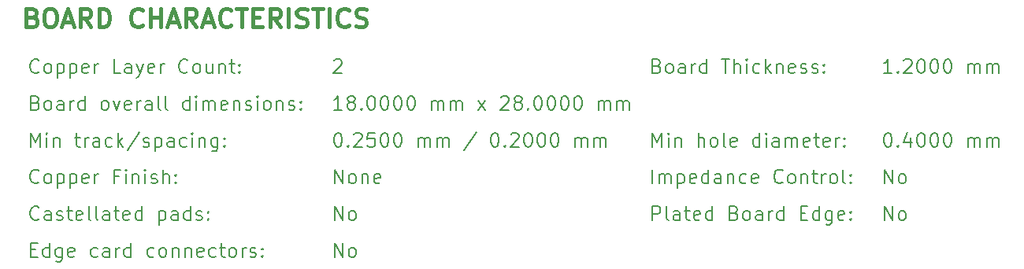
<source format=gbr>
%TF.GenerationSoftware,KiCad,Pcbnew,9.0.6-1.fc43*%
%TF.CreationDate,2025-12-11T01:11:36+10:30*%
%TF.ProjectId,fastboot_breakout,66617374-626f-46f7-945f-627265616b6f,1.1*%
%TF.SameCoordinates,Original*%
%TF.FileFunction,Other,Comment*%
%FSLAX46Y46*%
G04 Gerber Fmt 4.6, Leading zero omitted, Abs format (unit mm)*
G04 Created by KiCad (PCBNEW 9.0.6-1.fc43) date 2025-12-11 01:11:36*
%MOMM*%
%LPD*%
G01*
G04 APERTURE LIST*
%ADD10C,0.200000*%
%ADD11C,0.400000*%
G04 APERTURE END LIST*
D10*
X160331577Y-100440028D02*
X160331577Y-98940028D01*
X160331577Y-98940028D02*
X160831577Y-100011457D01*
X160831577Y-100011457D02*
X161331577Y-98940028D01*
X161331577Y-98940028D02*
X161331577Y-100440028D01*
X162045863Y-100440028D02*
X162045863Y-99440028D01*
X162045863Y-98940028D02*
X161974435Y-99011457D01*
X161974435Y-99011457D02*
X162045863Y-99082885D01*
X162045863Y-99082885D02*
X162117292Y-99011457D01*
X162117292Y-99011457D02*
X162045863Y-98940028D01*
X162045863Y-98940028D02*
X162045863Y-99082885D01*
X162760149Y-99440028D02*
X162760149Y-100440028D01*
X162760149Y-99582885D02*
X162831578Y-99511457D01*
X162831578Y-99511457D02*
X162974435Y-99440028D01*
X162974435Y-99440028D02*
X163188721Y-99440028D01*
X163188721Y-99440028D02*
X163331578Y-99511457D01*
X163331578Y-99511457D02*
X163403007Y-99654314D01*
X163403007Y-99654314D02*
X163403007Y-100440028D01*
X165045864Y-99440028D02*
X165617292Y-99440028D01*
X165260149Y-98940028D02*
X165260149Y-100225742D01*
X165260149Y-100225742D02*
X165331578Y-100368600D01*
X165331578Y-100368600D02*
X165474435Y-100440028D01*
X165474435Y-100440028D02*
X165617292Y-100440028D01*
X166117292Y-100440028D02*
X166117292Y-99440028D01*
X166117292Y-99725742D02*
X166188721Y-99582885D01*
X166188721Y-99582885D02*
X166260150Y-99511457D01*
X166260150Y-99511457D02*
X166403007Y-99440028D01*
X166403007Y-99440028D02*
X166545864Y-99440028D01*
X167688721Y-100440028D02*
X167688721Y-99654314D01*
X167688721Y-99654314D02*
X167617292Y-99511457D01*
X167617292Y-99511457D02*
X167474435Y-99440028D01*
X167474435Y-99440028D02*
X167188721Y-99440028D01*
X167188721Y-99440028D02*
X167045863Y-99511457D01*
X167688721Y-100368600D02*
X167545863Y-100440028D01*
X167545863Y-100440028D02*
X167188721Y-100440028D01*
X167188721Y-100440028D02*
X167045863Y-100368600D01*
X167045863Y-100368600D02*
X166974435Y-100225742D01*
X166974435Y-100225742D02*
X166974435Y-100082885D01*
X166974435Y-100082885D02*
X167045863Y-99940028D01*
X167045863Y-99940028D02*
X167188721Y-99868600D01*
X167188721Y-99868600D02*
X167545863Y-99868600D01*
X167545863Y-99868600D02*
X167688721Y-99797171D01*
X169045864Y-100368600D02*
X168903006Y-100440028D01*
X168903006Y-100440028D02*
X168617292Y-100440028D01*
X168617292Y-100440028D02*
X168474435Y-100368600D01*
X168474435Y-100368600D02*
X168403006Y-100297171D01*
X168403006Y-100297171D02*
X168331578Y-100154314D01*
X168331578Y-100154314D02*
X168331578Y-99725742D01*
X168331578Y-99725742D02*
X168403006Y-99582885D01*
X168403006Y-99582885D02*
X168474435Y-99511457D01*
X168474435Y-99511457D02*
X168617292Y-99440028D01*
X168617292Y-99440028D02*
X168903006Y-99440028D01*
X168903006Y-99440028D02*
X169045864Y-99511457D01*
X169688720Y-100440028D02*
X169688720Y-98940028D01*
X169831578Y-99868600D02*
X170260149Y-100440028D01*
X170260149Y-99440028D02*
X169688720Y-100011457D01*
X171974435Y-98868600D02*
X170688721Y-100797171D01*
X172403007Y-100368600D02*
X172545864Y-100440028D01*
X172545864Y-100440028D02*
X172831578Y-100440028D01*
X172831578Y-100440028D02*
X172974435Y-100368600D01*
X172974435Y-100368600D02*
X173045864Y-100225742D01*
X173045864Y-100225742D02*
X173045864Y-100154314D01*
X173045864Y-100154314D02*
X172974435Y-100011457D01*
X172974435Y-100011457D02*
X172831578Y-99940028D01*
X172831578Y-99940028D02*
X172617293Y-99940028D01*
X172617293Y-99940028D02*
X172474435Y-99868600D01*
X172474435Y-99868600D02*
X172403007Y-99725742D01*
X172403007Y-99725742D02*
X172403007Y-99654314D01*
X172403007Y-99654314D02*
X172474435Y-99511457D01*
X172474435Y-99511457D02*
X172617293Y-99440028D01*
X172617293Y-99440028D02*
X172831578Y-99440028D01*
X172831578Y-99440028D02*
X172974435Y-99511457D01*
X173688721Y-99440028D02*
X173688721Y-100940028D01*
X173688721Y-99511457D02*
X173831579Y-99440028D01*
X173831579Y-99440028D02*
X174117293Y-99440028D01*
X174117293Y-99440028D02*
X174260150Y-99511457D01*
X174260150Y-99511457D02*
X174331579Y-99582885D01*
X174331579Y-99582885D02*
X174403007Y-99725742D01*
X174403007Y-99725742D02*
X174403007Y-100154314D01*
X174403007Y-100154314D02*
X174331579Y-100297171D01*
X174331579Y-100297171D02*
X174260150Y-100368600D01*
X174260150Y-100368600D02*
X174117293Y-100440028D01*
X174117293Y-100440028D02*
X173831579Y-100440028D01*
X173831579Y-100440028D02*
X173688721Y-100368600D01*
X175688722Y-100440028D02*
X175688722Y-99654314D01*
X175688722Y-99654314D02*
X175617293Y-99511457D01*
X175617293Y-99511457D02*
X175474436Y-99440028D01*
X175474436Y-99440028D02*
X175188722Y-99440028D01*
X175188722Y-99440028D02*
X175045864Y-99511457D01*
X175688722Y-100368600D02*
X175545864Y-100440028D01*
X175545864Y-100440028D02*
X175188722Y-100440028D01*
X175188722Y-100440028D02*
X175045864Y-100368600D01*
X175045864Y-100368600D02*
X174974436Y-100225742D01*
X174974436Y-100225742D02*
X174974436Y-100082885D01*
X174974436Y-100082885D02*
X175045864Y-99940028D01*
X175045864Y-99940028D02*
X175188722Y-99868600D01*
X175188722Y-99868600D02*
X175545864Y-99868600D01*
X175545864Y-99868600D02*
X175688722Y-99797171D01*
X177045865Y-100368600D02*
X176903007Y-100440028D01*
X176903007Y-100440028D02*
X176617293Y-100440028D01*
X176617293Y-100440028D02*
X176474436Y-100368600D01*
X176474436Y-100368600D02*
X176403007Y-100297171D01*
X176403007Y-100297171D02*
X176331579Y-100154314D01*
X176331579Y-100154314D02*
X176331579Y-99725742D01*
X176331579Y-99725742D02*
X176403007Y-99582885D01*
X176403007Y-99582885D02*
X176474436Y-99511457D01*
X176474436Y-99511457D02*
X176617293Y-99440028D01*
X176617293Y-99440028D02*
X176903007Y-99440028D01*
X176903007Y-99440028D02*
X177045865Y-99511457D01*
X177688721Y-100440028D02*
X177688721Y-99440028D01*
X177688721Y-98940028D02*
X177617293Y-99011457D01*
X177617293Y-99011457D02*
X177688721Y-99082885D01*
X177688721Y-99082885D02*
X177760150Y-99011457D01*
X177760150Y-99011457D02*
X177688721Y-98940028D01*
X177688721Y-98940028D02*
X177688721Y-99082885D01*
X178403007Y-99440028D02*
X178403007Y-100440028D01*
X178403007Y-99582885D02*
X178474436Y-99511457D01*
X178474436Y-99511457D02*
X178617293Y-99440028D01*
X178617293Y-99440028D02*
X178831579Y-99440028D01*
X178831579Y-99440028D02*
X178974436Y-99511457D01*
X178974436Y-99511457D02*
X179045865Y-99654314D01*
X179045865Y-99654314D02*
X179045865Y-100440028D01*
X180403008Y-99440028D02*
X180403008Y-100654314D01*
X180403008Y-100654314D02*
X180331579Y-100797171D01*
X180331579Y-100797171D02*
X180260150Y-100868600D01*
X180260150Y-100868600D02*
X180117293Y-100940028D01*
X180117293Y-100940028D02*
X179903008Y-100940028D01*
X179903008Y-100940028D02*
X179760150Y-100868600D01*
X180403008Y-100368600D02*
X180260150Y-100440028D01*
X180260150Y-100440028D02*
X179974436Y-100440028D01*
X179974436Y-100440028D02*
X179831579Y-100368600D01*
X179831579Y-100368600D02*
X179760150Y-100297171D01*
X179760150Y-100297171D02*
X179688722Y-100154314D01*
X179688722Y-100154314D02*
X179688722Y-99725742D01*
X179688722Y-99725742D02*
X179760150Y-99582885D01*
X179760150Y-99582885D02*
X179831579Y-99511457D01*
X179831579Y-99511457D02*
X179974436Y-99440028D01*
X179974436Y-99440028D02*
X180260150Y-99440028D01*
X180260150Y-99440028D02*
X180403008Y-99511457D01*
X181117293Y-100297171D02*
X181188722Y-100368600D01*
X181188722Y-100368600D02*
X181117293Y-100440028D01*
X181117293Y-100440028D02*
X181045865Y-100368600D01*
X181045865Y-100368600D02*
X181117293Y-100297171D01*
X181117293Y-100297171D02*
X181117293Y-100440028D01*
X181117293Y-99511457D02*
X181188722Y-99582885D01*
X181188722Y-99582885D02*
X181117293Y-99654314D01*
X181117293Y-99654314D02*
X181045865Y-99582885D01*
X181045865Y-99582885D02*
X181117293Y-99511457D01*
X181117293Y-99511457D02*
X181117293Y-99654314D01*
X192917292Y-91168885D02*
X192988720Y-91097457D01*
X192988720Y-91097457D02*
X193131578Y-91026028D01*
X193131578Y-91026028D02*
X193488720Y-91026028D01*
X193488720Y-91026028D02*
X193631578Y-91097457D01*
X193631578Y-91097457D02*
X193703006Y-91168885D01*
X193703006Y-91168885D02*
X193774435Y-91311742D01*
X193774435Y-91311742D02*
X193774435Y-91454600D01*
X193774435Y-91454600D02*
X193703006Y-91668885D01*
X193703006Y-91668885D02*
X192845863Y-92526028D01*
X192845863Y-92526028D02*
X193774435Y-92526028D01*
X252374430Y-98940028D02*
X252517287Y-98940028D01*
X252517287Y-98940028D02*
X252660144Y-99011457D01*
X252660144Y-99011457D02*
X252731573Y-99082885D01*
X252731573Y-99082885D02*
X252803001Y-99225742D01*
X252803001Y-99225742D02*
X252874430Y-99511457D01*
X252874430Y-99511457D02*
X252874430Y-99868600D01*
X252874430Y-99868600D02*
X252803001Y-100154314D01*
X252803001Y-100154314D02*
X252731573Y-100297171D01*
X252731573Y-100297171D02*
X252660144Y-100368600D01*
X252660144Y-100368600D02*
X252517287Y-100440028D01*
X252517287Y-100440028D02*
X252374430Y-100440028D01*
X252374430Y-100440028D02*
X252231573Y-100368600D01*
X252231573Y-100368600D02*
X252160144Y-100297171D01*
X252160144Y-100297171D02*
X252088715Y-100154314D01*
X252088715Y-100154314D02*
X252017287Y-99868600D01*
X252017287Y-99868600D02*
X252017287Y-99511457D01*
X252017287Y-99511457D02*
X252088715Y-99225742D01*
X252088715Y-99225742D02*
X252160144Y-99082885D01*
X252160144Y-99082885D02*
X252231573Y-99011457D01*
X252231573Y-99011457D02*
X252374430Y-98940028D01*
X253517286Y-100297171D02*
X253588715Y-100368600D01*
X253588715Y-100368600D02*
X253517286Y-100440028D01*
X253517286Y-100440028D02*
X253445858Y-100368600D01*
X253445858Y-100368600D02*
X253517286Y-100297171D01*
X253517286Y-100297171D02*
X253517286Y-100440028D01*
X254874430Y-99440028D02*
X254874430Y-100440028D01*
X254517287Y-98868600D02*
X254160144Y-99940028D01*
X254160144Y-99940028D02*
X255088715Y-99940028D01*
X255945858Y-98940028D02*
X256088715Y-98940028D01*
X256088715Y-98940028D02*
X256231572Y-99011457D01*
X256231572Y-99011457D02*
X256303001Y-99082885D01*
X256303001Y-99082885D02*
X256374429Y-99225742D01*
X256374429Y-99225742D02*
X256445858Y-99511457D01*
X256445858Y-99511457D02*
X256445858Y-99868600D01*
X256445858Y-99868600D02*
X256374429Y-100154314D01*
X256374429Y-100154314D02*
X256303001Y-100297171D01*
X256303001Y-100297171D02*
X256231572Y-100368600D01*
X256231572Y-100368600D02*
X256088715Y-100440028D01*
X256088715Y-100440028D02*
X255945858Y-100440028D01*
X255945858Y-100440028D02*
X255803001Y-100368600D01*
X255803001Y-100368600D02*
X255731572Y-100297171D01*
X255731572Y-100297171D02*
X255660143Y-100154314D01*
X255660143Y-100154314D02*
X255588715Y-99868600D01*
X255588715Y-99868600D02*
X255588715Y-99511457D01*
X255588715Y-99511457D02*
X255660143Y-99225742D01*
X255660143Y-99225742D02*
X255731572Y-99082885D01*
X255731572Y-99082885D02*
X255803001Y-99011457D01*
X255803001Y-99011457D02*
X255945858Y-98940028D01*
X257374429Y-98940028D02*
X257517286Y-98940028D01*
X257517286Y-98940028D02*
X257660143Y-99011457D01*
X257660143Y-99011457D02*
X257731572Y-99082885D01*
X257731572Y-99082885D02*
X257803000Y-99225742D01*
X257803000Y-99225742D02*
X257874429Y-99511457D01*
X257874429Y-99511457D02*
X257874429Y-99868600D01*
X257874429Y-99868600D02*
X257803000Y-100154314D01*
X257803000Y-100154314D02*
X257731572Y-100297171D01*
X257731572Y-100297171D02*
X257660143Y-100368600D01*
X257660143Y-100368600D02*
X257517286Y-100440028D01*
X257517286Y-100440028D02*
X257374429Y-100440028D01*
X257374429Y-100440028D02*
X257231572Y-100368600D01*
X257231572Y-100368600D02*
X257160143Y-100297171D01*
X257160143Y-100297171D02*
X257088714Y-100154314D01*
X257088714Y-100154314D02*
X257017286Y-99868600D01*
X257017286Y-99868600D02*
X257017286Y-99511457D01*
X257017286Y-99511457D02*
X257088714Y-99225742D01*
X257088714Y-99225742D02*
X257160143Y-99082885D01*
X257160143Y-99082885D02*
X257231572Y-99011457D01*
X257231572Y-99011457D02*
X257374429Y-98940028D01*
X258803000Y-98940028D02*
X258945857Y-98940028D01*
X258945857Y-98940028D02*
X259088714Y-99011457D01*
X259088714Y-99011457D02*
X259160143Y-99082885D01*
X259160143Y-99082885D02*
X259231571Y-99225742D01*
X259231571Y-99225742D02*
X259303000Y-99511457D01*
X259303000Y-99511457D02*
X259303000Y-99868600D01*
X259303000Y-99868600D02*
X259231571Y-100154314D01*
X259231571Y-100154314D02*
X259160143Y-100297171D01*
X259160143Y-100297171D02*
X259088714Y-100368600D01*
X259088714Y-100368600D02*
X258945857Y-100440028D01*
X258945857Y-100440028D02*
X258803000Y-100440028D01*
X258803000Y-100440028D02*
X258660143Y-100368600D01*
X258660143Y-100368600D02*
X258588714Y-100297171D01*
X258588714Y-100297171D02*
X258517285Y-100154314D01*
X258517285Y-100154314D02*
X258445857Y-99868600D01*
X258445857Y-99868600D02*
X258445857Y-99511457D01*
X258445857Y-99511457D02*
X258517285Y-99225742D01*
X258517285Y-99225742D02*
X258588714Y-99082885D01*
X258588714Y-99082885D02*
X258660143Y-99011457D01*
X258660143Y-99011457D02*
X258803000Y-98940028D01*
X261088713Y-100440028D02*
X261088713Y-99440028D01*
X261088713Y-99582885D02*
X261160142Y-99511457D01*
X261160142Y-99511457D02*
X261302999Y-99440028D01*
X261302999Y-99440028D02*
X261517285Y-99440028D01*
X261517285Y-99440028D02*
X261660142Y-99511457D01*
X261660142Y-99511457D02*
X261731571Y-99654314D01*
X261731571Y-99654314D02*
X261731571Y-100440028D01*
X261731571Y-99654314D02*
X261802999Y-99511457D01*
X261802999Y-99511457D02*
X261945856Y-99440028D01*
X261945856Y-99440028D02*
X262160142Y-99440028D01*
X262160142Y-99440028D02*
X262302999Y-99511457D01*
X262302999Y-99511457D02*
X262374428Y-99654314D01*
X262374428Y-99654314D02*
X262374428Y-100440028D01*
X263088713Y-100440028D02*
X263088713Y-99440028D01*
X263088713Y-99582885D02*
X263160142Y-99511457D01*
X263160142Y-99511457D02*
X263302999Y-99440028D01*
X263302999Y-99440028D02*
X263517285Y-99440028D01*
X263517285Y-99440028D02*
X263660142Y-99511457D01*
X263660142Y-99511457D02*
X263731571Y-99654314D01*
X263731571Y-99654314D02*
X263731571Y-100440028D01*
X263731571Y-99654314D02*
X263802999Y-99511457D01*
X263802999Y-99511457D02*
X263945856Y-99440028D01*
X263945856Y-99440028D02*
X264160142Y-99440028D01*
X264160142Y-99440028D02*
X264302999Y-99511457D01*
X264302999Y-99511457D02*
X264374428Y-99654314D01*
X264374428Y-99654314D02*
X264374428Y-100440028D01*
X227145858Y-108354028D02*
X227145858Y-106854028D01*
X227145858Y-106854028D02*
X227717287Y-106854028D01*
X227717287Y-106854028D02*
X227860144Y-106925457D01*
X227860144Y-106925457D02*
X227931573Y-106996885D01*
X227931573Y-106996885D02*
X228003001Y-107139742D01*
X228003001Y-107139742D02*
X228003001Y-107354028D01*
X228003001Y-107354028D02*
X227931573Y-107496885D01*
X227931573Y-107496885D02*
X227860144Y-107568314D01*
X227860144Y-107568314D02*
X227717287Y-107639742D01*
X227717287Y-107639742D02*
X227145858Y-107639742D01*
X228860144Y-108354028D02*
X228717287Y-108282600D01*
X228717287Y-108282600D02*
X228645858Y-108139742D01*
X228645858Y-108139742D02*
X228645858Y-106854028D01*
X230074430Y-108354028D02*
X230074430Y-107568314D01*
X230074430Y-107568314D02*
X230003001Y-107425457D01*
X230003001Y-107425457D02*
X229860144Y-107354028D01*
X229860144Y-107354028D02*
X229574430Y-107354028D01*
X229574430Y-107354028D02*
X229431572Y-107425457D01*
X230074430Y-108282600D02*
X229931572Y-108354028D01*
X229931572Y-108354028D02*
X229574430Y-108354028D01*
X229574430Y-108354028D02*
X229431572Y-108282600D01*
X229431572Y-108282600D02*
X229360144Y-108139742D01*
X229360144Y-108139742D02*
X229360144Y-107996885D01*
X229360144Y-107996885D02*
X229431572Y-107854028D01*
X229431572Y-107854028D02*
X229574430Y-107782600D01*
X229574430Y-107782600D02*
X229931572Y-107782600D01*
X229931572Y-107782600D02*
X230074430Y-107711171D01*
X230574430Y-107354028D02*
X231145858Y-107354028D01*
X230788715Y-106854028D02*
X230788715Y-108139742D01*
X230788715Y-108139742D02*
X230860144Y-108282600D01*
X230860144Y-108282600D02*
X231003001Y-108354028D01*
X231003001Y-108354028D02*
X231145858Y-108354028D01*
X232217287Y-108282600D02*
X232074430Y-108354028D01*
X232074430Y-108354028D02*
X231788716Y-108354028D01*
X231788716Y-108354028D02*
X231645858Y-108282600D01*
X231645858Y-108282600D02*
X231574430Y-108139742D01*
X231574430Y-108139742D02*
X231574430Y-107568314D01*
X231574430Y-107568314D02*
X231645858Y-107425457D01*
X231645858Y-107425457D02*
X231788716Y-107354028D01*
X231788716Y-107354028D02*
X232074430Y-107354028D01*
X232074430Y-107354028D02*
X232217287Y-107425457D01*
X232217287Y-107425457D02*
X232288716Y-107568314D01*
X232288716Y-107568314D02*
X232288716Y-107711171D01*
X232288716Y-107711171D02*
X231574430Y-107854028D01*
X233574430Y-108354028D02*
X233574430Y-106854028D01*
X233574430Y-108282600D02*
X233431572Y-108354028D01*
X233431572Y-108354028D02*
X233145858Y-108354028D01*
X233145858Y-108354028D02*
X233003001Y-108282600D01*
X233003001Y-108282600D02*
X232931572Y-108211171D01*
X232931572Y-108211171D02*
X232860144Y-108068314D01*
X232860144Y-108068314D02*
X232860144Y-107639742D01*
X232860144Y-107639742D02*
X232931572Y-107496885D01*
X232931572Y-107496885D02*
X233003001Y-107425457D01*
X233003001Y-107425457D02*
X233145858Y-107354028D01*
X233145858Y-107354028D02*
X233431572Y-107354028D01*
X233431572Y-107354028D02*
X233574430Y-107425457D01*
X235931572Y-107568314D02*
X236145858Y-107639742D01*
X236145858Y-107639742D02*
X236217287Y-107711171D01*
X236217287Y-107711171D02*
X236288715Y-107854028D01*
X236288715Y-107854028D02*
X236288715Y-108068314D01*
X236288715Y-108068314D02*
X236217287Y-108211171D01*
X236217287Y-108211171D02*
X236145858Y-108282600D01*
X236145858Y-108282600D02*
X236003001Y-108354028D01*
X236003001Y-108354028D02*
X235431572Y-108354028D01*
X235431572Y-108354028D02*
X235431572Y-106854028D01*
X235431572Y-106854028D02*
X235931572Y-106854028D01*
X235931572Y-106854028D02*
X236074430Y-106925457D01*
X236074430Y-106925457D02*
X236145858Y-106996885D01*
X236145858Y-106996885D02*
X236217287Y-107139742D01*
X236217287Y-107139742D02*
X236217287Y-107282600D01*
X236217287Y-107282600D02*
X236145858Y-107425457D01*
X236145858Y-107425457D02*
X236074430Y-107496885D01*
X236074430Y-107496885D02*
X235931572Y-107568314D01*
X235931572Y-107568314D02*
X235431572Y-107568314D01*
X237145858Y-108354028D02*
X237003001Y-108282600D01*
X237003001Y-108282600D02*
X236931572Y-108211171D01*
X236931572Y-108211171D02*
X236860144Y-108068314D01*
X236860144Y-108068314D02*
X236860144Y-107639742D01*
X236860144Y-107639742D02*
X236931572Y-107496885D01*
X236931572Y-107496885D02*
X237003001Y-107425457D01*
X237003001Y-107425457D02*
X237145858Y-107354028D01*
X237145858Y-107354028D02*
X237360144Y-107354028D01*
X237360144Y-107354028D02*
X237503001Y-107425457D01*
X237503001Y-107425457D02*
X237574430Y-107496885D01*
X237574430Y-107496885D02*
X237645858Y-107639742D01*
X237645858Y-107639742D02*
X237645858Y-108068314D01*
X237645858Y-108068314D02*
X237574430Y-108211171D01*
X237574430Y-108211171D02*
X237503001Y-108282600D01*
X237503001Y-108282600D02*
X237360144Y-108354028D01*
X237360144Y-108354028D02*
X237145858Y-108354028D01*
X238931573Y-108354028D02*
X238931573Y-107568314D01*
X238931573Y-107568314D02*
X238860144Y-107425457D01*
X238860144Y-107425457D02*
X238717287Y-107354028D01*
X238717287Y-107354028D02*
X238431573Y-107354028D01*
X238431573Y-107354028D02*
X238288715Y-107425457D01*
X238931573Y-108282600D02*
X238788715Y-108354028D01*
X238788715Y-108354028D02*
X238431573Y-108354028D01*
X238431573Y-108354028D02*
X238288715Y-108282600D01*
X238288715Y-108282600D02*
X238217287Y-108139742D01*
X238217287Y-108139742D02*
X238217287Y-107996885D01*
X238217287Y-107996885D02*
X238288715Y-107854028D01*
X238288715Y-107854028D02*
X238431573Y-107782600D01*
X238431573Y-107782600D02*
X238788715Y-107782600D01*
X238788715Y-107782600D02*
X238931573Y-107711171D01*
X239645858Y-108354028D02*
X239645858Y-107354028D01*
X239645858Y-107639742D02*
X239717287Y-107496885D01*
X239717287Y-107496885D02*
X239788716Y-107425457D01*
X239788716Y-107425457D02*
X239931573Y-107354028D01*
X239931573Y-107354028D02*
X240074430Y-107354028D01*
X241217287Y-108354028D02*
X241217287Y-106854028D01*
X241217287Y-108282600D02*
X241074429Y-108354028D01*
X241074429Y-108354028D02*
X240788715Y-108354028D01*
X240788715Y-108354028D02*
X240645858Y-108282600D01*
X240645858Y-108282600D02*
X240574429Y-108211171D01*
X240574429Y-108211171D02*
X240503001Y-108068314D01*
X240503001Y-108068314D02*
X240503001Y-107639742D01*
X240503001Y-107639742D02*
X240574429Y-107496885D01*
X240574429Y-107496885D02*
X240645858Y-107425457D01*
X240645858Y-107425457D02*
X240788715Y-107354028D01*
X240788715Y-107354028D02*
X241074429Y-107354028D01*
X241074429Y-107354028D02*
X241217287Y-107425457D01*
X243074429Y-107568314D02*
X243574429Y-107568314D01*
X243788715Y-108354028D02*
X243074429Y-108354028D01*
X243074429Y-108354028D02*
X243074429Y-106854028D01*
X243074429Y-106854028D02*
X243788715Y-106854028D01*
X245074430Y-108354028D02*
X245074430Y-106854028D01*
X245074430Y-108282600D02*
X244931572Y-108354028D01*
X244931572Y-108354028D02*
X244645858Y-108354028D01*
X244645858Y-108354028D02*
X244503001Y-108282600D01*
X244503001Y-108282600D02*
X244431572Y-108211171D01*
X244431572Y-108211171D02*
X244360144Y-108068314D01*
X244360144Y-108068314D02*
X244360144Y-107639742D01*
X244360144Y-107639742D02*
X244431572Y-107496885D01*
X244431572Y-107496885D02*
X244503001Y-107425457D01*
X244503001Y-107425457D02*
X244645858Y-107354028D01*
X244645858Y-107354028D02*
X244931572Y-107354028D01*
X244931572Y-107354028D02*
X245074430Y-107425457D01*
X246431573Y-107354028D02*
X246431573Y-108568314D01*
X246431573Y-108568314D02*
X246360144Y-108711171D01*
X246360144Y-108711171D02*
X246288715Y-108782600D01*
X246288715Y-108782600D02*
X246145858Y-108854028D01*
X246145858Y-108854028D02*
X245931573Y-108854028D01*
X245931573Y-108854028D02*
X245788715Y-108782600D01*
X246431573Y-108282600D02*
X246288715Y-108354028D01*
X246288715Y-108354028D02*
X246003001Y-108354028D01*
X246003001Y-108354028D02*
X245860144Y-108282600D01*
X245860144Y-108282600D02*
X245788715Y-108211171D01*
X245788715Y-108211171D02*
X245717287Y-108068314D01*
X245717287Y-108068314D02*
X245717287Y-107639742D01*
X245717287Y-107639742D02*
X245788715Y-107496885D01*
X245788715Y-107496885D02*
X245860144Y-107425457D01*
X245860144Y-107425457D02*
X246003001Y-107354028D01*
X246003001Y-107354028D02*
X246288715Y-107354028D01*
X246288715Y-107354028D02*
X246431573Y-107425457D01*
X247717287Y-108282600D02*
X247574430Y-108354028D01*
X247574430Y-108354028D02*
X247288716Y-108354028D01*
X247288716Y-108354028D02*
X247145858Y-108282600D01*
X247145858Y-108282600D02*
X247074430Y-108139742D01*
X247074430Y-108139742D02*
X247074430Y-107568314D01*
X247074430Y-107568314D02*
X247145858Y-107425457D01*
X247145858Y-107425457D02*
X247288716Y-107354028D01*
X247288716Y-107354028D02*
X247574430Y-107354028D01*
X247574430Y-107354028D02*
X247717287Y-107425457D01*
X247717287Y-107425457D02*
X247788716Y-107568314D01*
X247788716Y-107568314D02*
X247788716Y-107711171D01*
X247788716Y-107711171D02*
X247074430Y-107854028D01*
X248431572Y-108211171D02*
X248503001Y-108282600D01*
X248503001Y-108282600D02*
X248431572Y-108354028D01*
X248431572Y-108354028D02*
X248360144Y-108282600D01*
X248360144Y-108282600D02*
X248431572Y-108211171D01*
X248431572Y-108211171D02*
X248431572Y-108354028D01*
X248431572Y-107425457D02*
X248503001Y-107496885D01*
X248503001Y-107496885D02*
X248431572Y-107568314D01*
X248431572Y-107568314D02*
X248360144Y-107496885D01*
X248360144Y-107496885D02*
X248431572Y-107425457D01*
X248431572Y-107425457D02*
X248431572Y-107568314D01*
X252874430Y-92526028D02*
X252017287Y-92526028D01*
X252445858Y-92526028D02*
X252445858Y-91026028D01*
X252445858Y-91026028D02*
X252303001Y-91240314D01*
X252303001Y-91240314D02*
X252160144Y-91383171D01*
X252160144Y-91383171D02*
X252017287Y-91454600D01*
X253517286Y-92383171D02*
X253588715Y-92454600D01*
X253588715Y-92454600D02*
X253517286Y-92526028D01*
X253517286Y-92526028D02*
X253445858Y-92454600D01*
X253445858Y-92454600D02*
X253517286Y-92383171D01*
X253517286Y-92383171D02*
X253517286Y-92526028D01*
X254160144Y-91168885D02*
X254231572Y-91097457D01*
X254231572Y-91097457D02*
X254374430Y-91026028D01*
X254374430Y-91026028D02*
X254731572Y-91026028D01*
X254731572Y-91026028D02*
X254874430Y-91097457D01*
X254874430Y-91097457D02*
X254945858Y-91168885D01*
X254945858Y-91168885D02*
X255017287Y-91311742D01*
X255017287Y-91311742D02*
X255017287Y-91454600D01*
X255017287Y-91454600D02*
X254945858Y-91668885D01*
X254945858Y-91668885D02*
X254088715Y-92526028D01*
X254088715Y-92526028D02*
X255017287Y-92526028D01*
X255945858Y-91026028D02*
X256088715Y-91026028D01*
X256088715Y-91026028D02*
X256231572Y-91097457D01*
X256231572Y-91097457D02*
X256303001Y-91168885D01*
X256303001Y-91168885D02*
X256374429Y-91311742D01*
X256374429Y-91311742D02*
X256445858Y-91597457D01*
X256445858Y-91597457D02*
X256445858Y-91954600D01*
X256445858Y-91954600D02*
X256374429Y-92240314D01*
X256374429Y-92240314D02*
X256303001Y-92383171D01*
X256303001Y-92383171D02*
X256231572Y-92454600D01*
X256231572Y-92454600D02*
X256088715Y-92526028D01*
X256088715Y-92526028D02*
X255945858Y-92526028D01*
X255945858Y-92526028D02*
X255803001Y-92454600D01*
X255803001Y-92454600D02*
X255731572Y-92383171D01*
X255731572Y-92383171D02*
X255660143Y-92240314D01*
X255660143Y-92240314D02*
X255588715Y-91954600D01*
X255588715Y-91954600D02*
X255588715Y-91597457D01*
X255588715Y-91597457D02*
X255660143Y-91311742D01*
X255660143Y-91311742D02*
X255731572Y-91168885D01*
X255731572Y-91168885D02*
X255803001Y-91097457D01*
X255803001Y-91097457D02*
X255945858Y-91026028D01*
X257374429Y-91026028D02*
X257517286Y-91026028D01*
X257517286Y-91026028D02*
X257660143Y-91097457D01*
X257660143Y-91097457D02*
X257731572Y-91168885D01*
X257731572Y-91168885D02*
X257803000Y-91311742D01*
X257803000Y-91311742D02*
X257874429Y-91597457D01*
X257874429Y-91597457D02*
X257874429Y-91954600D01*
X257874429Y-91954600D02*
X257803000Y-92240314D01*
X257803000Y-92240314D02*
X257731572Y-92383171D01*
X257731572Y-92383171D02*
X257660143Y-92454600D01*
X257660143Y-92454600D02*
X257517286Y-92526028D01*
X257517286Y-92526028D02*
X257374429Y-92526028D01*
X257374429Y-92526028D02*
X257231572Y-92454600D01*
X257231572Y-92454600D02*
X257160143Y-92383171D01*
X257160143Y-92383171D02*
X257088714Y-92240314D01*
X257088714Y-92240314D02*
X257017286Y-91954600D01*
X257017286Y-91954600D02*
X257017286Y-91597457D01*
X257017286Y-91597457D02*
X257088714Y-91311742D01*
X257088714Y-91311742D02*
X257160143Y-91168885D01*
X257160143Y-91168885D02*
X257231572Y-91097457D01*
X257231572Y-91097457D02*
X257374429Y-91026028D01*
X258803000Y-91026028D02*
X258945857Y-91026028D01*
X258945857Y-91026028D02*
X259088714Y-91097457D01*
X259088714Y-91097457D02*
X259160143Y-91168885D01*
X259160143Y-91168885D02*
X259231571Y-91311742D01*
X259231571Y-91311742D02*
X259303000Y-91597457D01*
X259303000Y-91597457D02*
X259303000Y-91954600D01*
X259303000Y-91954600D02*
X259231571Y-92240314D01*
X259231571Y-92240314D02*
X259160143Y-92383171D01*
X259160143Y-92383171D02*
X259088714Y-92454600D01*
X259088714Y-92454600D02*
X258945857Y-92526028D01*
X258945857Y-92526028D02*
X258803000Y-92526028D01*
X258803000Y-92526028D02*
X258660143Y-92454600D01*
X258660143Y-92454600D02*
X258588714Y-92383171D01*
X258588714Y-92383171D02*
X258517285Y-92240314D01*
X258517285Y-92240314D02*
X258445857Y-91954600D01*
X258445857Y-91954600D02*
X258445857Y-91597457D01*
X258445857Y-91597457D02*
X258517285Y-91311742D01*
X258517285Y-91311742D02*
X258588714Y-91168885D01*
X258588714Y-91168885D02*
X258660143Y-91097457D01*
X258660143Y-91097457D02*
X258803000Y-91026028D01*
X261088713Y-92526028D02*
X261088713Y-91526028D01*
X261088713Y-91668885D02*
X261160142Y-91597457D01*
X261160142Y-91597457D02*
X261302999Y-91526028D01*
X261302999Y-91526028D02*
X261517285Y-91526028D01*
X261517285Y-91526028D02*
X261660142Y-91597457D01*
X261660142Y-91597457D02*
X261731571Y-91740314D01*
X261731571Y-91740314D02*
X261731571Y-92526028D01*
X261731571Y-91740314D02*
X261802999Y-91597457D01*
X261802999Y-91597457D02*
X261945856Y-91526028D01*
X261945856Y-91526028D02*
X262160142Y-91526028D01*
X262160142Y-91526028D02*
X262302999Y-91597457D01*
X262302999Y-91597457D02*
X262374428Y-91740314D01*
X262374428Y-91740314D02*
X262374428Y-92526028D01*
X263088713Y-92526028D02*
X263088713Y-91526028D01*
X263088713Y-91668885D02*
X263160142Y-91597457D01*
X263160142Y-91597457D02*
X263302999Y-91526028D01*
X263302999Y-91526028D02*
X263517285Y-91526028D01*
X263517285Y-91526028D02*
X263660142Y-91597457D01*
X263660142Y-91597457D02*
X263731571Y-91740314D01*
X263731571Y-91740314D02*
X263731571Y-92526028D01*
X263731571Y-91740314D02*
X263802999Y-91597457D01*
X263802999Y-91597457D02*
X263945856Y-91526028D01*
X263945856Y-91526028D02*
X264160142Y-91526028D01*
X264160142Y-91526028D02*
X264302999Y-91597457D01*
X264302999Y-91597457D02*
X264374428Y-91740314D01*
X264374428Y-91740314D02*
X264374428Y-92526028D01*
X227145858Y-104397028D02*
X227145858Y-102897028D01*
X227860144Y-104397028D02*
X227860144Y-103397028D01*
X227860144Y-103539885D02*
X227931573Y-103468457D01*
X227931573Y-103468457D02*
X228074430Y-103397028D01*
X228074430Y-103397028D02*
X228288716Y-103397028D01*
X228288716Y-103397028D02*
X228431573Y-103468457D01*
X228431573Y-103468457D02*
X228503002Y-103611314D01*
X228503002Y-103611314D02*
X228503002Y-104397028D01*
X228503002Y-103611314D02*
X228574430Y-103468457D01*
X228574430Y-103468457D02*
X228717287Y-103397028D01*
X228717287Y-103397028D02*
X228931573Y-103397028D01*
X228931573Y-103397028D02*
X229074430Y-103468457D01*
X229074430Y-103468457D02*
X229145859Y-103611314D01*
X229145859Y-103611314D02*
X229145859Y-104397028D01*
X229860144Y-103397028D02*
X229860144Y-104897028D01*
X229860144Y-103468457D02*
X230003002Y-103397028D01*
X230003002Y-103397028D02*
X230288716Y-103397028D01*
X230288716Y-103397028D02*
X230431573Y-103468457D01*
X230431573Y-103468457D02*
X230503002Y-103539885D01*
X230503002Y-103539885D02*
X230574430Y-103682742D01*
X230574430Y-103682742D02*
X230574430Y-104111314D01*
X230574430Y-104111314D02*
X230503002Y-104254171D01*
X230503002Y-104254171D02*
X230431573Y-104325600D01*
X230431573Y-104325600D02*
X230288716Y-104397028D01*
X230288716Y-104397028D02*
X230003002Y-104397028D01*
X230003002Y-104397028D02*
X229860144Y-104325600D01*
X231788716Y-104325600D02*
X231645859Y-104397028D01*
X231645859Y-104397028D02*
X231360145Y-104397028D01*
X231360145Y-104397028D02*
X231217287Y-104325600D01*
X231217287Y-104325600D02*
X231145859Y-104182742D01*
X231145859Y-104182742D02*
X231145859Y-103611314D01*
X231145859Y-103611314D02*
X231217287Y-103468457D01*
X231217287Y-103468457D02*
X231360145Y-103397028D01*
X231360145Y-103397028D02*
X231645859Y-103397028D01*
X231645859Y-103397028D02*
X231788716Y-103468457D01*
X231788716Y-103468457D02*
X231860145Y-103611314D01*
X231860145Y-103611314D02*
X231860145Y-103754171D01*
X231860145Y-103754171D02*
X231145859Y-103897028D01*
X233145859Y-104397028D02*
X233145859Y-102897028D01*
X233145859Y-104325600D02*
X233003001Y-104397028D01*
X233003001Y-104397028D02*
X232717287Y-104397028D01*
X232717287Y-104397028D02*
X232574430Y-104325600D01*
X232574430Y-104325600D02*
X232503001Y-104254171D01*
X232503001Y-104254171D02*
X232431573Y-104111314D01*
X232431573Y-104111314D02*
X232431573Y-103682742D01*
X232431573Y-103682742D02*
X232503001Y-103539885D01*
X232503001Y-103539885D02*
X232574430Y-103468457D01*
X232574430Y-103468457D02*
X232717287Y-103397028D01*
X232717287Y-103397028D02*
X233003001Y-103397028D01*
X233003001Y-103397028D02*
X233145859Y-103468457D01*
X234503002Y-104397028D02*
X234503002Y-103611314D01*
X234503002Y-103611314D02*
X234431573Y-103468457D01*
X234431573Y-103468457D02*
X234288716Y-103397028D01*
X234288716Y-103397028D02*
X234003002Y-103397028D01*
X234003002Y-103397028D02*
X233860144Y-103468457D01*
X234503002Y-104325600D02*
X234360144Y-104397028D01*
X234360144Y-104397028D02*
X234003002Y-104397028D01*
X234003002Y-104397028D02*
X233860144Y-104325600D01*
X233860144Y-104325600D02*
X233788716Y-104182742D01*
X233788716Y-104182742D02*
X233788716Y-104039885D01*
X233788716Y-104039885D02*
X233860144Y-103897028D01*
X233860144Y-103897028D02*
X234003002Y-103825600D01*
X234003002Y-103825600D02*
X234360144Y-103825600D01*
X234360144Y-103825600D02*
X234503002Y-103754171D01*
X235217287Y-103397028D02*
X235217287Y-104397028D01*
X235217287Y-103539885D02*
X235288716Y-103468457D01*
X235288716Y-103468457D02*
X235431573Y-103397028D01*
X235431573Y-103397028D02*
X235645859Y-103397028D01*
X235645859Y-103397028D02*
X235788716Y-103468457D01*
X235788716Y-103468457D02*
X235860145Y-103611314D01*
X235860145Y-103611314D02*
X235860145Y-104397028D01*
X237217288Y-104325600D02*
X237074430Y-104397028D01*
X237074430Y-104397028D02*
X236788716Y-104397028D01*
X236788716Y-104397028D02*
X236645859Y-104325600D01*
X236645859Y-104325600D02*
X236574430Y-104254171D01*
X236574430Y-104254171D02*
X236503002Y-104111314D01*
X236503002Y-104111314D02*
X236503002Y-103682742D01*
X236503002Y-103682742D02*
X236574430Y-103539885D01*
X236574430Y-103539885D02*
X236645859Y-103468457D01*
X236645859Y-103468457D02*
X236788716Y-103397028D01*
X236788716Y-103397028D02*
X237074430Y-103397028D01*
X237074430Y-103397028D02*
X237217288Y-103468457D01*
X238431573Y-104325600D02*
X238288716Y-104397028D01*
X238288716Y-104397028D02*
X238003002Y-104397028D01*
X238003002Y-104397028D02*
X237860144Y-104325600D01*
X237860144Y-104325600D02*
X237788716Y-104182742D01*
X237788716Y-104182742D02*
X237788716Y-103611314D01*
X237788716Y-103611314D02*
X237860144Y-103468457D01*
X237860144Y-103468457D02*
X238003002Y-103397028D01*
X238003002Y-103397028D02*
X238288716Y-103397028D01*
X238288716Y-103397028D02*
X238431573Y-103468457D01*
X238431573Y-103468457D02*
X238503002Y-103611314D01*
X238503002Y-103611314D02*
X238503002Y-103754171D01*
X238503002Y-103754171D02*
X237788716Y-103897028D01*
X241145858Y-104254171D02*
X241074430Y-104325600D01*
X241074430Y-104325600D02*
X240860144Y-104397028D01*
X240860144Y-104397028D02*
X240717287Y-104397028D01*
X240717287Y-104397028D02*
X240503001Y-104325600D01*
X240503001Y-104325600D02*
X240360144Y-104182742D01*
X240360144Y-104182742D02*
X240288715Y-104039885D01*
X240288715Y-104039885D02*
X240217287Y-103754171D01*
X240217287Y-103754171D02*
X240217287Y-103539885D01*
X240217287Y-103539885D02*
X240288715Y-103254171D01*
X240288715Y-103254171D02*
X240360144Y-103111314D01*
X240360144Y-103111314D02*
X240503001Y-102968457D01*
X240503001Y-102968457D02*
X240717287Y-102897028D01*
X240717287Y-102897028D02*
X240860144Y-102897028D01*
X240860144Y-102897028D02*
X241074430Y-102968457D01*
X241074430Y-102968457D02*
X241145858Y-103039885D01*
X242003001Y-104397028D02*
X241860144Y-104325600D01*
X241860144Y-104325600D02*
X241788715Y-104254171D01*
X241788715Y-104254171D02*
X241717287Y-104111314D01*
X241717287Y-104111314D02*
X241717287Y-103682742D01*
X241717287Y-103682742D02*
X241788715Y-103539885D01*
X241788715Y-103539885D02*
X241860144Y-103468457D01*
X241860144Y-103468457D02*
X242003001Y-103397028D01*
X242003001Y-103397028D02*
X242217287Y-103397028D01*
X242217287Y-103397028D02*
X242360144Y-103468457D01*
X242360144Y-103468457D02*
X242431573Y-103539885D01*
X242431573Y-103539885D02*
X242503001Y-103682742D01*
X242503001Y-103682742D02*
X242503001Y-104111314D01*
X242503001Y-104111314D02*
X242431573Y-104254171D01*
X242431573Y-104254171D02*
X242360144Y-104325600D01*
X242360144Y-104325600D02*
X242217287Y-104397028D01*
X242217287Y-104397028D02*
X242003001Y-104397028D01*
X243145858Y-103397028D02*
X243145858Y-104397028D01*
X243145858Y-103539885D02*
X243217287Y-103468457D01*
X243217287Y-103468457D02*
X243360144Y-103397028D01*
X243360144Y-103397028D02*
X243574430Y-103397028D01*
X243574430Y-103397028D02*
X243717287Y-103468457D01*
X243717287Y-103468457D02*
X243788716Y-103611314D01*
X243788716Y-103611314D02*
X243788716Y-104397028D01*
X244288716Y-103397028D02*
X244860144Y-103397028D01*
X244503001Y-102897028D02*
X244503001Y-104182742D01*
X244503001Y-104182742D02*
X244574430Y-104325600D01*
X244574430Y-104325600D02*
X244717287Y-104397028D01*
X244717287Y-104397028D02*
X244860144Y-104397028D01*
X245360144Y-104397028D02*
X245360144Y-103397028D01*
X245360144Y-103682742D02*
X245431573Y-103539885D01*
X245431573Y-103539885D02*
X245503002Y-103468457D01*
X245503002Y-103468457D02*
X245645859Y-103397028D01*
X245645859Y-103397028D02*
X245788716Y-103397028D01*
X246503001Y-104397028D02*
X246360144Y-104325600D01*
X246360144Y-104325600D02*
X246288715Y-104254171D01*
X246288715Y-104254171D02*
X246217287Y-104111314D01*
X246217287Y-104111314D02*
X246217287Y-103682742D01*
X246217287Y-103682742D02*
X246288715Y-103539885D01*
X246288715Y-103539885D02*
X246360144Y-103468457D01*
X246360144Y-103468457D02*
X246503001Y-103397028D01*
X246503001Y-103397028D02*
X246717287Y-103397028D01*
X246717287Y-103397028D02*
X246860144Y-103468457D01*
X246860144Y-103468457D02*
X246931573Y-103539885D01*
X246931573Y-103539885D02*
X247003001Y-103682742D01*
X247003001Y-103682742D02*
X247003001Y-104111314D01*
X247003001Y-104111314D02*
X246931573Y-104254171D01*
X246931573Y-104254171D02*
X246860144Y-104325600D01*
X246860144Y-104325600D02*
X246717287Y-104397028D01*
X246717287Y-104397028D02*
X246503001Y-104397028D01*
X247860144Y-104397028D02*
X247717287Y-104325600D01*
X247717287Y-104325600D02*
X247645858Y-104182742D01*
X247645858Y-104182742D02*
X247645858Y-102897028D01*
X248431572Y-104254171D02*
X248503001Y-104325600D01*
X248503001Y-104325600D02*
X248431572Y-104397028D01*
X248431572Y-104397028D02*
X248360144Y-104325600D01*
X248360144Y-104325600D02*
X248431572Y-104254171D01*
X248431572Y-104254171D02*
X248431572Y-104397028D01*
X248431572Y-103468457D02*
X248503001Y-103539885D01*
X248503001Y-103539885D02*
X248431572Y-103611314D01*
X248431572Y-103611314D02*
X248360144Y-103539885D01*
X248360144Y-103539885D02*
X248431572Y-103468457D01*
X248431572Y-103468457D02*
X248431572Y-103611314D01*
X193274435Y-98940028D02*
X193417292Y-98940028D01*
X193417292Y-98940028D02*
X193560149Y-99011457D01*
X193560149Y-99011457D02*
X193631578Y-99082885D01*
X193631578Y-99082885D02*
X193703006Y-99225742D01*
X193703006Y-99225742D02*
X193774435Y-99511457D01*
X193774435Y-99511457D02*
X193774435Y-99868600D01*
X193774435Y-99868600D02*
X193703006Y-100154314D01*
X193703006Y-100154314D02*
X193631578Y-100297171D01*
X193631578Y-100297171D02*
X193560149Y-100368600D01*
X193560149Y-100368600D02*
X193417292Y-100440028D01*
X193417292Y-100440028D02*
X193274435Y-100440028D01*
X193274435Y-100440028D02*
X193131578Y-100368600D01*
X193131578Y-100368600D02*
X193060149Y-100297171D01*
X193060149Y-100297171D02*
X192988720Y-100154314D01*
X192988720Y-100154314D02*
X192917292Y-99868600D01*
X192917292Y-99868600D02*
X192917292Y-99511457D01*
X192917292Y-99511457D02*
X192988720Y-99225742D01*
X192988720Y-99225742D02*
X193060149Y-99082885D01*
X193060149Y-99082885D02*
X193131578Y-99011457D01*
X193131578Y-99011457D02*
X193274435Y-98940028D01*
X194417291Y-100297171D02*
X194488720Y-100368600D01*
X194488720Y-100368600D02*
X194417291Y-100440028D01*
X194417291Y-100440028D02*
X194345863Y-100368600D01*
X194345863Y-100368600D02*
X194417291Y-100297171D01*
X194417291Y-100297171D02*
X194417291Y-100440028D01*
X195060149Y-99082885D02*
X195131577Y-99011457D01*
X195131577Y-99011457D02*
X195274435Y-98940028D01*
X195274435Y-98940028D02*
X195631577Y-98940028D01*
X195631577Y-98940028D02*
X195774435Y-99011457D01*
X195774435Y-99011457D02*
X195845863Y-99082885D01*
X195845863Y-99082885D02*
X195917292Y-99225742D01*
X195917292Y-99225742D02*
X195917292Y-99368600D01*
X195917292Y-99368600D02*
X195845863Y-99582885D01*
X195845863Y-99582885D02*
X194988720Y-100440028D01*
X194988720Y-100440028D02*
X195917292Y-100440028D01*
X197274434Y-98940028D02*
X196560148Y-98940028D01*
X196560148Y-98940028D02*
X196488720Y-99654314D01*
X196488720Y-99654314D02*
X196560148Y-99582885D01*
X196560148Y-99582885D02*
X196703006Y-99511457D01*
X196703006Y-99511457D02*
X197060148Y-99511457D01*
X197060148Y-99511457D02*
X197203006Y-99582885D01*
X197203006Y-99582885D02*
X197274434Y-99654314D01*
X197274434Y-99654314D02*
X197345863Y-99797171D01*
X197345863Y-99797171D02*
X197345863Y-100154314D01*
X197345863Y-100154314D02*
X197274434Y-100297171D01*
X197274434Y-100297171D02*
X197203006Y-100368600D01*
X197203006Y-100368600D02*
X197060148Y-100440028D01*
X197060148Y-100440028D02*
X196703006Y-100440028D01*
X196703006Y-100440028D02*
X196560148Y-100368600D01*
X196560148Y-100368600D02*
X196488720Y-100297171D01*
X198274434Y-98940028D02*
X198417291Y-98940028D01*
X198417291Y-98940028D02*
X198560148Y-99011457D01*
X198560148Y-99011457D02*
X198631577Y-99082885D01*
X198631577Y-99082885D02*
X198703005Y-99225742D01*
X198703005Y-99225742D02*
X198774434Y-99511457D01*
X198774434Y-99511457D02*
X198774434Y-99868600D01*
X198774434Y-99868600D02*
X198703005Y-100154314D01*
X198703005Y-100154314D02*
X198631577Y-100297171D01*
X198631577Y-100297171D02*
X198560148Y-100368600D01*
X198560148Y-100368600D02*
X198417291Y-100440028D01*
X198417291Y-100440028D02*
X198274434Y-100440028D01*
X198274434Y-100440028D02*
X198131577Y-100368600D01*
X198131577Y-100368600D02*
X198060148Y-100297171D01*
X198060148Y-100297171D02*
X197988719Y-100154314D01*
X197988719Y-100154314D02*
X197917291Y-99868600D01*
X197917291Y-99868600D02*
X197917291Y-99511457D01*
X197917291Y-99511457D02*
X197988719Y-99225742D01*
X197988719Y-99225742D02*
X198060148Y-99082885D01*
X198060148Y-99082885D02*
X198131577Y-99011457D01*
X198131577Y-99011457D02*
X198274434Y-98940028D01*
X199703005Y-98940028D02*
X199845862Y-98940028D01*
X199845862Y-98940028D02*
X199988719Y-99011457D01*
X199988719Y-99011457D02*
X200060148Y-99082885D01*
X200060148Y-99082885D02*
X200131576Y-99225742D01*
X200131576Y-99225742D02*
X200203005Y-99511457D01*
X200203005Y-99511457D02*
X200203005Y-99868600D01*
X200203005Y-99868600D02*
X200131576Y-100154314D01*
X200131576Y-100154314D02*
X200060148Y-100297171D01*
X200060148Y-100297171D02*
X199988719Y-100368600D01*
X199988719Y-100368600D02*
X199845862Y-100440028D01*
X199845862Y-100440028D02*
X199703005Y-100440028D01*
X199703005Y-100440028D02*
X199560148Y-100368600D01*
X199560148Y-100368600D02*
X199488719Y-100297171D01*
X199488719Y-100297171D02*
X199417290Y-100154314D01*
X199417290Y-100154314D02*
X199345862Y-99868600D01*
X199345862Y-99868600D02*
X199345862Y-99511457D01*
X199345862Y-99511457D02*
X199417290Y-99225742D01*
X199417290Y-99225742D02*
X199488719Y-99082885D01*
X199488719Y-99082885D02*
X199560148Y-99011457D01*
X199560148Y-99011457D02*
X199703005Y-98940028D01*
X201988718Y-100440028D02*
X201988718Y-99440028D01*
X201988718Y-99582885D02*
X202060147Y-99511457D01*
X202060147Y-99511457D02*
X202203004Y-99440028D01*
X202203004Y-99440028D02*
X202417290Y-99440028D01*
X202417290Y-99440028D02*
X202560147Y-99511457D01*
X202560147Y-99511457D02*
X202631576Y-99654314D01*
X202631576Y-99654314D02*
X202631576Y-100440028D01*
X202631576Y-99654314D02*
X202703004Y-99511457D01*
X202703004Y-99511457D02*
X202845861Y-99440028D01*
X202845861Y-99440028D02*
X203060147Y-99440028D01*
X203060147Y-99440028D02*
X203203004Y-99511457D01*
X203203004Y-99511457D02*
X203274433Y-99654314D01*
X203274433Y-99654314D02*
X203274433Y-100440028D01*
X203988718Y-100440028D02*
X203988718Y-99440028D01*
X203988718Y-99582885D02*
X204060147Y-99511457D01*
X204060147Y-99511457D02*
X204203004Y-99440028D01*
X204203004Y-99440028D02*
X204417290Y-99440028D01*
X204417290Y-99440028D02*
X204560147Y-99511457D01*
X204560147Y-99511457D02*
X204631576Y-99654314D01*
X204631576Y-99654314D02*
X204631576Y-100440028D01*
X204631576Y-99654314D02*
X204703004Y-99511457D01*
X204703004Y-99511457D02*
X204845861Y-99440028D01*
X204845861Y-99440028D02*
X205060147Y-99440028D01*
X205060147Y-99440028D02*
X205203004Y-99511457D01*
X205203004Y-99511457D02*
X205274433Y-99654314D01*
X205274433Y-99654314D02*
X205274433Y-100440028D01*
X208203004Y-98868600D02*
X206917290Y-100797171D01*
X210131576Y-98940028D02*
X210274433Y-98940028D01*
X210274433Y-98940028D02*
X210417290Y-99011457D01*
X210417290Y-99011457D02*
X210488719Y-99082885D01*
X210488719Y-99082885D02*
X210560147Y-99225742D01*
X210560147Y-99225742D02*
X210631576Y-99511457D01*
X210631576Y-99511457D02*
X210631576Y-99868600D01*
X210631576Y-99868600D02*
X210560147Y-100154314D01*
X210560147Y-100154314D02*
X210488719Y-100297171D01*
X210488719Y-100297171D02*
X210417290Y-100368600D01*
X210417290Y-100368600D02*
X210274433Y-100440028D01*
X210274433Y-100440028D02*
X210131576Y-100440028D01*
X210131576Y-100440028D02*
X209988719Y-100368600D01*
X209988719Y-100368600D02*
X209917290Y-100297171D01*
X209917290Y-100297171D02*
X209845861Y-100154314D01*
X209845861Y-100154314D02*
X209774433Y-99868600D01*
X209774433Y-99868600D02*
X209774433Y-99511457D01*
X209774433Y-99511457D02*
X209845861Y-99225742D01*
X209845861Y-99225742D02*
X209917290Y-99082885D01*
X209917290Y-99082885D02*
X209988719Y-99011457D01*
X209988719Y-99011457D02*
X210131576Y-98940028D01*
X211274432Y-100297171D02*
X211345861Y-100368600D01*
X211345861Y-100368600D02*
X211274432Y-100440028D01*
X211274432Y-100440028D02*
X211203004Y-100368600D01*
X211203004Y-100368600D02*
X211274432Y-100297171D01*
X211274432Y-100297171D02*
X211274432Y-100440028D01*
X211917290Y-99082885D02*
X211988718Y-99011457D01*
X211988718Y-99011457D02*
X212131576Y-98940028D01*
X212131576Y-98940028D02*
X212488718Y-98940028D01*
X212488718Y-98940028D02*
X212631576Y-99011457D01*
X212631576Y-99011457D02*
X212703004Y-99082885D01*
X212703004Y-99082885D02*
X212774433Y-99225742D01*
X212774433Y-99225742D02*
X212774433Y-99368600D01*
X212774433Y-99368600D02*
X212703004Y-99582885D01*
X212703004Y-99582885D02*
X211845861Y-100440028D01*
X211845861Y-100440028D02*
X212774433Y-100440028D01*
X213703004Y-98940028D02*
X213845861Y-98940028D01*
X213845861Y-98940028D02*
X213988718Y-99011457D01*
X213988718Y-99011457D02*
X214060147Y-99082885D01*
X214060147Y-99082885D02*
X214131575Y-99225742D01*
X214131575Y-99225742D02*
X214203004Y-99511457D01*
X214203004Y-99511457D02*
X214203004Y-99868600D01*
X214203004Y-99868600D02*
X214131575Y-100154314D01*
X214131575Y-100154314D02*
X214060147Y-100297171D01*
X214060147Y-100297171D02*
X213988718Y-100368600D01*
X213988718Y-100368600D02*
X213845861Y-100440028D01*
X213845861Y-100440028D02*
X213703004Y-100440028D01*
X213703004Y-100440028D02*
X213560147Y-100368600D01*
X213560147Y-100368600D02*
X213488718Y-100297171D01*
X213488718Y-100297171D02*
X213417289Y-100154314D01*
X213417289Y-100154314D02*
X213345861Y-99868600D01*
X213345861Y-99868600D02*
X213345861Y-99511457D01*
X213345861Y-99511457D02*
X213417289Y-99225742D01*
X213417289Y-99225742D02*
X213488718Y-99082885D01*
X213488718Y-99082885D02*
X213560147Y-99011457D01*
X213560147Y-99011457D02*
X213703004Y-98940028D01*
X215131575Y-98940028D02*
X215274432Y-98940028D01*
X215274432Y-98940028D02*
X215417289Y-99011457D01*
X215417289Y-99011457D02*
X215488718Y-99082885D01*
X215488718Y-99082885D02*
X215560146Y-99225742D01*
X215560146Y-99225742D02*
X215631575Y-99511457D01*
X215631575Y-99511457D02*
X215631575Y-99868600D01*
X215631575Y-99868600D02*
X215560146Y-100154314D01*
X215560146Y-100154314D02*
X215488718Y-100297171D01*
X215488718Y-100297171D02*
X215417289Y-100368600D01*
X215417289Y-100368600D02*
X215274432Y-100440028D01*
X215274432Y-100440028D02*
X215131575Y-100440028D01*
X215131575Y-100440028D02*
X214988718Y-100368600D01*
X214988718Y-100368600D02*
X214917289Y-100297171D01*
X214917289Y-100297171D02*
X214845860Y-100154314D01*
X214845860Y-100154314D02*
X214774432Y-99868600D01*
X214774432Y-99868600D02*
X214774432Y-99511457D01*
X214774432Y-99511457D02*
X214845860Y-99225742D01*
X214845860Y-99225742D02*
X214917289Y-99082885D01*
X214917289Y-99082885D02*
X214988718Y-99011457D01*
X214988718Y-99011457D02*
X215131575Y-98940028D01*
X216560146Y-98940028D02*
X216703003Y-98940028D01*
X216703003Y-98940028D02*
X216845860Y-99011457D01*
X216845860Y-99011457D02*
X216917289Y-99082885D01*
X216917289Y-99082885D02*
X216988717Y-99225742D01*
X216988717Y-99225742D02*
X217060146Y-99511457D01*
X217060146Y-99511457D02*
X217060146Y-99868600D01*
X217060146Y-99868600D02*
X216988717Y-100154314D01*
X216988717Y-100154314D02*
X216917289Y-100297171D01*
X216917289Y-100297171D02*
X216845860Y-100368600D01*
X216845860Y-100368600D02*
X216703003Y-100440028D01*
X216703003Y-100440028D02*
X216560146Y-100440028D01*
X216560146Y-100440028D02*
X216417289Y-100368600D01*
X216417289Y-100368600D02*
X216345860Y-100297171D01*
X216345860Y-100297171D02*
X216274431Y-100154314D01*
X216274431Y-100154314D02*
X216203003Y-99868600D01*
X216203003Y-99868600D02*
X216203003Y-99511457D01*
X216203003Y-99511457D02*
X216274431Y-99225742D01*
X216274431Y-99225742D02*
X216345860Y-99082885D01*
X216345860Y-99082885D02*
X216417289Y-99011457D01*
X216417289Y-99011457D02*
X216560146Y-98940028D01*
X218845859Y-100440028D02*
X218845859Y-99440028D01*
X218845859Y-99582885D02*
X218917288Y-99511457D01*
X218917288Y-99511457D02*
X219060145Y-99440028D01*
X219060145Y-99440028D02*
X219274431Y-99440028D01*
X219274431Y-99440028D02*
X219417288Y-99511457D01*
X219417288Y-99511457D02*
X219488717Y-99654314D01*
X219488717Y-99654314D02*
X219488717Y-100440028D01*
X219488717Y-99654314D02*
X219560145Y-99511457D01*
X219560145Y-99511457D02*
X219703002Y-99440028D01*
X219703002Y-99440028D02*
X219917288Y-99440028D01*
X219917288Y-99440028D02*
X220060145Y-99511457D01*
X220060145Y-99511457D02*
X220131574Y-99654314D01*
X220131574Y-99654314D02*
X220131574Y-100440028D01*
X220845859Y-100440028D02*
X220845859Y-99440028D01*
X220845859Y-99582885D02*
X220917288Y-99511457D01*
X220917288Y-99511457D02*
X221060145Y-99440028D01*
X221060145Y-99440028D02*
X221274431Y-99440028D01*
X221274431Y-99440028D02*
X221417288Y-99511457D01*
X221417288Y-99511457D02*
X221488717Y-99654314D01*
X221488717Y-99654314D02*
X221488717Y-100440028D01*
X221488717Y-99654314D02*
X221560145Y-99511457D01*
X221560145Y-99511457D02*
X221703002Y-99440028D01*
X221703002Y-99440028D02*
X221917288Y-99440028D01*
X221917288Y-99440028D02*
X222060145Y-99511457D01*
X222060145Y-99511457D02*
X222131574Y-99654314D01*
X222131574Y-99654314D02*
X222131574Y-100440028D01*
X192988720Y-104397028D02*
X192988720Y-102897028D01*
X192988720Y-102897028D02*
X193845863Y-104397028D01*
X193845863Y-104397028D02*
X193845863Y-102897028D01*
X194774435Y-104397028D02*
X194631578Y-104325600D01*
X194631578Y-104325600D02*
X194560149Y-104254171D01*
X194560149Y-104254171D02*
X194488721Y-104111314D01*
X194488721Y-104111314D02*
X194488721Y-103682742D01*
X194488721Y-103682742D02*
X194560149Y-103539885D01*
X194560149Y-103539885D02*
X194631578Y-103468457D01*
X194631578Y-103468457D02*
X194774435Y-103397028D01*
X194774435Y-103397028D02*
X194988721Y-103397028D01*
X194988721Y-103397028D02*
X195131578Y-103468457D01*
X195131578Y-103468457D02*
X195203007Y-103539885D01*
X195203007Y-103539885D02*
X195274435Y-103682742D01*
X195274435Y-103682742D02*
X195274435Y-104111314D01*
X195274435Y-104111314D02*
X195203007Y-104254171D01*
X195203007Y-104254171D02*
X195131578Y-104325600D01*
X195131578Y-104325600D02*
X194988721Y-104397028D01*
X194988721Y-104397028D02*
X194774435Y-104397028D01*
X195917292Y-103397028D02*
X195917292Y-104397028D01*
X195917292Y-103539885D02*
X195988721Y-103468457D01*
X195988721Y-103468457D02*
X196131578Y-103397028D01*
X196131578Y-103397028D02*
X196345864Y-103397028D01*
X196345864Y-103397028D02*
X196488721Y-103468457D01*
X196488721Y-103468457D02*
X196560150Y-103611314D01*
X196560150Y-103611314D02*
X196560150Y-104397028D01*
X197845864Y-104325600D02*
X197703007Y-104397028D01*
X197703007Y-104397028D02*
X197417293Y-104397028D01*
X197417293Y-104397028D02*
X197274435Y-104325600D01*
X197274435Y-104325600D02*
X197203007Y-104182742D01*
X197203007Y-104182742D02*
X197203007Y-103611314D01*
X197203007Y-103611314D02*
X197274435Y-103468457D01*
X197274435Y-103468457D02*
X197417293Y-103397028D01*
X197417293Y-103397028D02*
X197703007Y-103397028D01*
X197703007Y-103397028D02*
X197845864Y-103468457D01*
X197845864Y-103468457D02*
X197917293Y-103611314D01*
X197917293Y-103611314D02*
X197917293Y-103754171D01*
X197917293Y-103754171D02*
X197203007Y-103897028D01*
X192988720Y-108354028D02*
X192988720Y-106854028D01*
X192988720Y-106854028D02*
X193845863Y-108354028D01*
X193845863Y-108354028D02*
X193845863Y-106854028D01*
X194774435Y-108354028D02*
X194631578Y-108282600D01*
X194631578Y-108282600D02*
X194560149Y-108211171D01*
X194560149Y-108211171D02*
X194488721Y-108068314D01*
X194488721Y-108068314D02*
X194488721Y-107639742D01*
X194488721Y-107639742D02*
X194560149Y-107496885D01*
X194560149Y-107496885D02*
X194631578Y-107425457D01*
X194631578Y-107425457D02*
X194774435Y-107354028D01*
X194774435Y-107354028D02*
X194988721Y-107354028D01*
X194988721Y-107354028D02*
X195131578Y-107425457D01*
X195131578Y-107425457D02*
X195203007Y-107496885D01*
X195203007Y-107496885D02*
X195274435Y-107639742D01*
X195274435Y-107639742D02*
X195274435Y-108068314D01*
X195274435Y-108068314D02*
X195203007Y-108211171D01*
X195203007Y-108211171D02*
X195131578Y-108282600D01*
X195131578Y-108282600D02*
X194988721Y-108354028D01*
X194988721Y-108354028D02*
X194774435Y-108354028D01*
X252088715Y-104397028D02*
X252088715Y-102897028D01*
X252088715Y-102897028D02*
X252945858Y-104397028D01*
X252945858Y-104397028D02*
X252945858Y-102897028D01*
X253874430Y-104397028D02*
X253731573Y-104325600D01*
X253731573Y-104325600D02*
X253660144Y-104254171D01*
X253660144Y-104254171D02*
X253588716Y-104111314D01*
X253588716Y-104111314D02*
X253588716Y-103682742D01*
X253588716Y-103682742D02*
X253660144Y-103539885D01*
X253660144Y-103539885D02*
X253731573Y-103468457D01*
X253731573Y-103468457D02*
X253874430Y-103397028D01*
X253874430Y-103397028D02*
X254088716Y-103397028D01*
X254088716Y-103397028D02*
X254231573Y-103468457D01*
X254231573Y-103468457D02*
X254303002Y-103539885D01*
X254303002Y-103539885D02*
X254374430Y-103682742D01*
X254374430Y-103682742D02*
X254374430Y-104111314D01*
X254374430Y-104111314D02*
X254303002Y-104254171D01*
X254303002Y-104254171D02*
X254231573Y-104325600D01*
X254231573Y-104325600D02*
X254088716Y-104397028D01*
X254088716Y-104397028D02*
X253874430Y-104397028D01*
X161188720Y-104254171D02*
X161117292Y-104325600D01*
X161117292Y-104325600D02*
X160903006Y-104397028D01*
X160903006Y-104397028D02*
X160760149Y-104397028D01*
X160760149Y-104397028D02*
X160545863Y-104325600D01*
X160545863Y-104325600D02*
X160403006Y-104182742D01*
X160403006Y-104182742D02*
X160331577Y-104039885D01*
X160331577Y-104039885D02*
X160260149Y-103754171D01*
X160260149Y-103754171D02*
X160260149Y-103539885D01*
X160260149Y-103539885D02*
X160331577Y-103254171D01*
X160331577Y-103254171D02*
X160403006Y-103111314D01*
X160403006Y-103111314D02*
X160545863Y-102968457D01*
X160545863Y-102968457D02*
X160760149Y-102897028D01*
X160760149Y-102897028D02*
X160903006Y-102897028D01*
X160903006Y-102897028D02*
X161117292Y-102968457D01*
X161117292Y-102968457D02*
X161188720Y-103039885D01*
X162045863Y-104397028D02*
X161903006Y-104325600D01*
X161903006Y-104325600D02*
X161831577Y-104254171D01*
X161831577Y-104254171D02*
X161760149Y-104111314D01*
X161760149Y-104111314D02*
X161760149Y-103682742D01*
X161760149Y-103682742D02*
X161831577Y-103539885D01*
X161831577Y-103539885D02*
X161903006Y-103468457D01*
X161903006Y-103468457D02*
X162045863Y-103397028D01*
X162045863Y-103397028D02*
X162260149Y-103397028D01*
X162260149Y-103397028D02*
X162403006Y-103468457D01*
X162403006Y-103468457D02*
X162474435Y-103539885D01*
X162474435Y-103539885D02*
X162545863Y-103682742D01*
X162545863Y-103682742D02*
X162545863Y-104111314D01*
X162545863Y-104111314D02*
X162474435Y-104254171D01*
X162474435Y-104254171D02*
X162403006Y-104325600D01*
X162403006Y-104325600D02*
X162260149Y-104397028D01*
X162260149Y-104397028D02*
X162045863Y-104397028D01*
X163188720Y-103397028D02*
X163188720Y-104897028D01*
X163188720Y-103468457D02*
X163331578Y-103397028D01*
X163331578Y-103397028D02*
X163617292Y-103397028D01*
X163617292Y-103397028D02*
X163760149Y-103468457D01*
X163760149Y-103468457D02*
X163831578Y-103539885D01*
X163831578Y-103539885D02*
X163903006Y-103682742D01*
X163903006Y-103682742D02*
X163903006Y-104111314D01*
X163903006Y-104111314D02*
X163831578Y-104254171D01*
X163831578Y-104254171D02*
X163760149Y-104325600D01*
X163760149Y-104325600D02*
X163617292Y-104397028D01*
X163617292Y-104397028D02*
X163331578Y-104397028D01*
X163331578Y-104397028D02*
X163188720Y-104325600D01*
X164545863Y-103397028D02*
X164545863Y-104897028D01*
X164545863Y-103468457D02*
X164688721Y-103397028D01*
X164688721Y-103397028D02*
X164974435Y-103397028D01*
X164974435Y-103397028D02*
X165117292Y-103468457D01*
X165117292Y-103468457D02*
X165188721Y-103539885D01*
X165188721Y-103539885D02*
X165260149Y-103682742D01*
X165260149Y-103682742D02*
X165260149Y-104111314D01*
X165260149Y-104111314D02*
X165188721Y-104254171D01*
X165188721Y-104254171D02*
X165117292Y-104325600D01*
X165117292Y-104325600D02*
X164974435Y-104397028D01*
X164974435Y-104397028D02*
X164688721Y-104397028D01*
X164688721Y-104397028D02*
X164545863Y-104325600D01*
X166474435Y-104325600D02*
X166331578Y-104397028D01*
X166331578Y-104397028D02*
X166045864Y-104397028D01*
X166045864Y-104397028D02*
X165903006Y-104325600D01*
X165903006Y-104325600D02*
X165831578Y-104182742D01*
X165831578Y-104182742D02*
X165831578Y-103611314D01*
X165831578Y-103611314D02*
X165903006Y-103468457D01*
X165903006Y-103468457D02*
X166045864Y-103397028D01*
X166045864Y-103397028D02*
X166331578Y-103397028D01*
X166331578Y-103397028D02*
X166474435Y-103468457D01*
X166474435Y-103468457D02*
X166545864Y-103611314D01*
X166545864Y-103611314D02*
X166545864Y-103754171D01*
X166545864Y-103754171D02*
X165831578Y-103897028D01*
X167188720Y-104397028D02*
X167188720Y-103397028D01*
X167188720Y-103682742D02*
X167260149Y-103539885D01*
X167260149Y-103539885D02*
X167331578Y-103468457D01*
X167331578Y-103468457D02*
X167474435Y-103397028D01*
X167474435Y-103397028D02*
X167617292Y-103397028D01*
X169760148Y-103611314D02*
X169260148Y-103611314D01*
X169260148Y-104397028D02*
X169260148Y-102897028D01*
X169260148Y-102897028D02*
X169974434Y-102897028D01*
X170545862Y-104397028D02*
X170545862Y-103397028D01*
X170545862Y-102897028D02*
X170474434Y-102968457D01*
X170474434Y-102968457D02*
X170545862Y-103039885D01*
X170545862Y-103039885D02*
X170617291Y-102968457D01*
X170617291Y-102968457D02*
X170545862Y-102897028D01*
X170545862Y-102897028D02*
X170545862Y-103039885D01*
X171260148Y-103397028D02*
X171260148Y-104397028D01*
X171260148Y-103539885D02*
X171331577Y-103468457D01*
X171331577Y-103468457D02*
X171474434Y-103397028D01*
X171474434Y-103397028D02*
X171688720Y-103397028D01*
X171688720Y-103397028D02*
X171831577Y-103468457D01*
X171831577Y-103468457D02*
X171903006Y-103611314D01*
X171903006Y-103611314D02*
X171903006Y-104397028D01*
X172617291Y-104397028D02*
X172617291Y-103397028D01*
X172617291Y-102897028D02*
X172545863Y-102968457D01*
X172545863Y-102968457D02*
X172617291Y-103039885D01*
X172617291Y-103039885D02*
X172688720Y-102968457D01*
X172688720Y-102968457D02*
X172617291Y-102897028D01*
X172617291Y-102897028D02*
X172617291Y-103039885D01*
X173260149Y-104325600D02*
X173403006Y-104397028D01*
X173403006Y-104397028D02*
X173688720Y-104397028D01*
X173688720Y-104397028D02*
X173831577Y-104325600D01*
X173831577Y-104325600D02*
X173903006Y-104182742D01*
X173903006Y-104182742D02*
X173903006Y-104111314D01*
X173903006Y-104111314D02*
X173831577Y-103968457D01*
X173831577Y-103968457D02*
X173688720Y-103897028D01*
X173688720Y-103897028D02*
X173474435Y-103897028D01*
X173474435Y-103897028D02*
X173331577Y-103825600D01*
X173331577Y-103825600D02*
X173260149Y-103682742D01*
X173260149Y-103682742D02*
X173260149Y-103611314D01*
X173260149Y-103611314D02*
X173331577Y-103468457D01*
X173331577Y-103468457D02*
X173474435Y-103397028D01*
X173474435Y-103397028D02*
X173688720Y-103397028D01*
X173688720Y-103397028D02*
X173831577Y-103468457D01*
X174545863Y-104397028D02*
X174545863Y-102897028D01*
X175188721Y-104397028D02*
X175188721Y-103611314D01*
X175188721Y-103611314D02*
X175117292Y-103468457D01*
X175117292Y-103468457D02*
X174974435Y-103397028D01*
X174974435Y-103397028D02*
X174760149Y-103397028D01*
X174760149Y-103397028D02*
X174617292Y-103468457D01*
X174617292Y-103468457D02*
X174545863Y-103539885D01*
X175903006Y-104254171D02*
X175974435Y-104325600D01*
X175974435Y-104325600D02*
X175903006Y-104397028D01*
X175903006Y-104397028D02*
X175831578Y-104325600D01*
X175831578Y-104325600D02*
X175903006Y-104254171D01*
X175903006Y-104254171D02*
X175903006Y-104397028D01*
X175903006Y-103468457D02*
X175974435Y-103539885D01*
X175974435Y-103539885D02*
X175903006Y-103611314D01*
X175903006Y-103611314D02*
X175831578Y-103539885D01*
X175831578Y-103539885D02*
X175903006Y-103468457D01*
X175903006Y-103468457D02*
X175903006Y-103611314D01*
X160831577Y-95697314D02*
X161045863Y-95768742D01*
X161045863Y-95768742D02*
X161117292Y-95840171D01*
X161117292Y-95840171D02*
X161188720Y-95983028D01*
X161188720Y-95983028D02*
X161188720Y-96197314D01*
X161188720Y-96197314D02*
X161117292Y-96340171D01*
X161117292Y-96340171D02*
X161045863Y-96411600D01*
X161045863Y-96411600D02*
X160903006Y-96483028D01*
X160903006Y-96483028D02*
X160331577Y-96483028D01*
X160331577Y-96483028D02*
X160331577Y-94983028D01*
X160331577Y-94983028D02*
X160831577Y-94983028D01*
X160831577Y-94983028D02*
X160974435Y-95054457D01*
X160974435Y-95054457D02*
X161045863Y-95125885D01*
X161045863Y-95125885D02*
X161117292Y-95268742D01*
X161117292Y-95268742D02*
X161117292Y-95411600D01*
X161117292Y-95411600D02*
X161045863Y-95554457D01*
X161045863Y-95554457D02*
X160974435Y-95625885D01*
X160974435Y-95625885D02*
X160831577Y-95697314D01*
X160831577Y-95697314D02*
X160331577Y-95697314D01*
X162045863Y-96483028D02*
X161903006Y-96411600D01*
X161903006Y-96411600D02*
X161831577Y-96340171D01*
X161831577Y-96340171D02*
X161760149Y-96197314D01*
X161760149Y-96197314D02*
X161760149Y-95768742D01*
X161760149Y-95768742D02*
X161831577Y-95625885D01*
X161831577Y-95625885D02*
X161903006Y-95554457D01*
X161903006Y-95554457D02*
X162045863Y-95483028D01*
X162045863Y-95483028D02*
X162260149Y-95483028D01*
X162260149Y-95483028D02*
X162403006Y-95554457D01*
X162403006Y-95554457D02*
X162474435Y-95625885D01*
X162474435Y-95625885D02*
X162545863Y-95768742D01*
X162545863Y-95768742D02*
X162545863Y-96197314D01*
X162545863Y-96197314D02*
X162474435Y-96340171D01*
X162474435Y-96340171D02*
X162403006Y-96411600D01*
X162403006Y-96411600D02*
X162260149Y-96483028D01*
X162260149Y-96483028D02*
X162045863Y-96483028D01*
X163831578Y-96483028D02*
X163831578Y-95697314D01*
X163831578Y-95697314D02*
X163760149Y-95554457D01*
X163760149Y-95554457D02*
X163617292Y-95483028D01*
X163617292Y-95483028D02*
X163331578Y-95483028D01*
X163331578Y-95483028D02*
X163188720Y-95554457D01*
X163831578Y-96411600D02*
X163688720Y-96483028D01*
X163688720Y-96483028D02*
X163331578Y-96483028D01*
X163331578Y-96483028D02*
X163188720Y-96411600D01*
X163188720Y-96411600D02*
X163117292Y-96268742D01*
X163117292Y-96268742D02*
X163117292Y-96125885D01*
X163117292Y-96125885D02*
X163188720Y-95983028D01*
X163188720Y-95983028D02*
X163331578Y-95911600D01*
X163331578Y-95911600D02*
X163688720Y-95911600D01*
X163688720Y-95911600D02*
X163831578Y-95840171D01*
X164545863Y-96483028D02*
X164545863Y-95483028D01*
X164545863Y-95768742D02*
X164617292Y-95625885D01*
X164617292Y-95625885D02*
X164688721Y-95554457D01*
X164688721Y-95554457D02*
X164831578Y-95483028D01*
X164831578Y-95483028D02*
X164974435Y-95483028D01*
X166117292Y-96483028D02*
X166117292Y-94983028D01*
X166117292Y-96411600D02*
X165974434Y-96483028D01*
X165974434Y-96483028D02*
X165688720Y-96483028D01*
X165688720Y-96483028D02*
X165545863Y-96411600D01*
X165545863Y-96411600D02*
X165474434Y-96340171D01*
X165474434Y-96340171D02*
X165403006Y-96197314D01*
X165403006Y-96197314D02*
X165403006Y-95768742D01*
X165403006Y-95768742D02*
X165474434Y-95625885D01*
X165474434Y-95625885D02*
X165545863Y-95554457D01*
X165545863Y-95554457D02*
X165688720Y-95483028D01*
X165688720Y-95483028D02*
X165974434Y-95483028D01*
X165974434Y-95483028D02*
X166117292Y-95554457D01*
X168188720Y-96483028D02*
X168045863Y-96411600D01*
X168045863Y-96411600D02*
X167974434Y-96340171D01*
X167974434Y-96340171D02*
X167903006Y-96197314D01*
X167903006Y-96197314D02*
X167903006Y-95768742D01*
X167903006Y-95768742D02*
X167974434Y-95625885D01*
X167974434Y-95625885D02*
X168045863Y-95554457D01*
X168045863Y-95554457D02*
X168188720Y-95483028D01*
X168188720Y-95483028D02*
X168403006Y-95483028D01*
X168403006Y-95483028D02*
X168545863Y-95554457D01*
X168545863Y-95554457D02*
X168617292Y-95625885D01*
X168617292Y-95625885D02*
X168688720Y-95768742D01*
X168688720Y-95768742D02*
X168688720Y-96197314D01*
X168688720Y-96197314D02*
X168617292Y-96340171D01*
X168617292Y-96340171D02*
X168545863Y-96411600D01*
X168545863Y-96411600D02*
X168403006Y-96483028D01*
X168403006Y-96483028D02*
X168188720Y-96483028D01*
X169188720Y-95483028D02*
X169545863Y-96483028D01*
X169545863Y-96483028D02*
X169903006Y-95483028D01*
X171045863Y-96411600D02*
X170903006Y-96483028D01*
X170903006Y-96483028D02*
X170617292Y-96483028D01*
X170617292Y-96483028D02*
X170474434Y-96411600D01*
X170474434Y-96411600D02*
X170403006Y-96268742D01*
X170403006Y-96268742D02*
X170403006Y-95697314D01*
X170403006Y-95697314D02*
X170474434Y-95554457D01*
X170474434Y-95554457D02*
X170617292Y-95483028D01*
X170617292Y-95483028D02*
X170903006Y-95483028D01*
X170903006Y-95483028D02*
X171045863Y-95554457D01*
X171045863Y-95554457D02*
X171117292Y-95697314D01*
X171117292Y-95697314D02*
X171117292Y-95840171D01*
X171117292Y-95840171D02*
X170403006Y-95983028D01*
X171760148Y-96483028D02*
X171760148Y-95483028D01*
X171760148Y-95768742D02*
X171831577Y-95625885D01*
X171831577Y-95625885D02*
X171903006Y-95554457D01*
X171903006Y-95554457D02*
X172045863Y-95483028D01*
X172045863Y-95483028D02*
X172188720Y-95483028D01*
X173331577Y-96483028D02*
X173331577Y-95697314D01*
X173331577Y-95697314D02*
X173260148Y-95554457D01*
X173260148Y-95554457D02*
X173117291Y-95483028D01*
X173117291Y-95483028D02*
X172831577Y-95483028D01*
X172831577Y-95483028D02*
X172688719Y-95554457D01*
X173331577Y-96411600D02*
X173188719Y-96483028D01*
X173188719Y-96483028D02*
X172831577Y-96483028D01*
X172831577Y-96483028D02*
X172688719Y-96411600D01*
X172688719Y-96411600D02*
X172617291Y-96268742D01*
X172617291Y-96268742D02*
X172617291Y-96125885D01*
X172617291Y-96125885D02*
X172688719Y-95983028D01*
X172688719Y-95983028D02*
X172831577Y-95911600D01*
X172831577Y-95911600D02*
X173188719Y-95911600D01*
X173188719Y-95911600D02*
X173331577Y-95840171D01*
X174260148Y-96483028D02*
X174117291Y-96411600D01*
X174117291Y-96411600D02*
X174045862Y-96268742D01*
X174045862Y-96268742D02*
X174045862Y-94983028D01*
X175045862Y-96483028D02*
X174903005Y-96411600D01*
X174903005Y-96411600D02*
X174831576Y-96268742D01*
X174831576Y-96268742D02*
X174831576Y-94983028D01*
X177403005Y-96483028D02*
X177403005Y-94983028D01*
X177403005Y-96411600D02*
X177260147Y-96483028D01*
X177260147Y-96483028D02*
X176974433Y-96483028D01*
X176974433Y-96483028D02*
X176831576Y-96411600D01*
X176831576Y-96411600D02*
X176760147Y-96340171D01*
X176760147Y-96340171D02*
X176688719Y-96197314D01*
X176688719Y-96197314D02*
X176688719Y-95768742D01*
X176688719Y-95768742D02*
X176760147Y-95625885D01*
X176760147Y-95625885D02*
X176831576Y-95554457D01*
X176831576Y-95554457D02*
X176974433Y-95483028D01*
X176974433Y-95483028D02*
X177260147Y-95483028D01*
X177260147Y-95483028D02*
X177403005Y-95554457D01*
X178117290Y-96483028D02*
X178117290Y-95483028D01*
X178117290Y-94983028D02*
X178045862Y-95054457D01*
X178045862Y-95054457D02*
X178117290Y-95125885D01*
X178117290Y-95125885D02*
X178188719Y-95054457D01*
X178188719Y-95054457D02*
X178117290Y-94983028D01*
X178117290Y-94983028D02*
X178117290Y-95125885D01*
X178831576Y-96483028D02*
X178831576Y-95483028D01*
X178831576Y-95625885D02*
X178903005Y-95554457D01*
X178903005Y-95554457D02*
X179045862Y-95483028D01*
X179045862Y-95483028D02*
X179260148Y-95483028D01*
X179260148Y-95483028D02*
X179403005Y-95554457D01*
X179403005Y-95554457D02*
X179474434Y-95697314D01*
X179474434Y-95697314D02*
X179474434Y-96483028D01*
X179474434Y-95697314D02*
X179545862Y-95554457D01*
X179545862Y-95554457D02*
X179688719Y-95483028D01*
X179688719Y-95483028D02*
X179903005Y-95483028D01*
X179903005Y-95483028D02*
X180045862Y-95554457D01*
X180045862Y-95554457D02*
X180117291Y-95697314D01*
X180117291Y-95697314D02*
X180117291Y-96483028D01*
X181403005Y-96411600D02*
X181260148Y-96483028D01*
X181260148Y-96483028D02*
X180974434Y-96483028D01*
X180974434Y-96483028D02*
X180831576Y-96411600D01*
X180831576Y-96411600D02*
X180760148Y-96268742D01*
X180760148Y-96268742D02*
X180760148Y-95697314D01*
X180760148Y-95697314D02*
X180831576Y-95554457D01*
X180831576Y-95554457D02*
X180974434Y-95483028D01*
X180974434Y-95483028D02*
X181260148Y-95483028D01*
X181260148Y-95483028D02*
X181403005Y-95554457D01*
X181403005Y-95554457D02*
X181474434Y-95697314D01*
X181474434Y-95697314D02*
X181474434Y-95840171D01*
X181474434Y-95840171D02*
X180760148Y-95983028D01*
X182117290Y-95483028D02*
X182117290Y-96483028D01*
X182117290Y-95625885D02*
X182188719Y-95554457D01*
X182188719Y-95554457D02*
X182331576Y-95483028D01*
X182331576Y-95483028D02*
X182545862Y-95483028D01*
X182545862Y-95483028D02*
X182688719Y-95554457D01*
X182688719Y-95554457D02*
X182760148Y-95697314D01*
X182760148Y-95697314D02*
X182760148Y-96483028D01*
X183403005Y-96411600D02*
X183545862Y-96483028D01*
X183545862Y-96483028D02*
X183831576Y-96483028D01*
X183831576Y-96483028D02*
X183974433Y-96411600D01*
X183974433Y-96411600D02*
X184045862Y-96268742D01*
X184045862Y-96268742D02*
X184045862Y-96197314D01*
X184045862Y-96197314D02*
X183974433Y-96054457D01*
X183974433Y-96054457D02*
X183831576Y-95983028D01*
X183831576Y-95983028D02*
X183617291Y-95983028D01*
X183617291Y-95983028D02*
X183474433Y-95911600D01*
X183474433Y-95911600D02*
X183403005Y-95768742D01*
X183403005Y-95768742D02*
X183403005Y-95697314D01*
X183403005Y-95697314D02*
X183474433Y-95554457D01*
X183474433Y-95554457D02*
X183617291Y-95483028D01*
X183617291Y-95483028D02*
X183831576Y-95483028D01*
X183831576Y-95483028D02*
X183974433Y-95554457D01*
X184688719Y-96483028D02*
X184688719Y-95483028D01*
X184688719Y-94983028D02*
X184617291Y-95054457D01*
X184617291Y-95054457D02*
X184688719Y-95125885D01*
X184688719Y-95125885D02*
X184760148Y-95054457D01*
X184760148Y-95054457D02*
X184688719Y-94983028D01*
X184688719Y-94983028D02*
X184688719Y-95125885D01*
X185617291Y-96483028D02*
X185474434Y-96411600D01*
X185474434Y-96411600D02*
X185403005Y-96340171D01*
X185403005Y-96340171D02*
X185331577Y-96197314D01*
X185331577Y-96197314D02*
X185331577Y-95768742D01*
X185331577Y-95768742D02*
X185403005Y-95625885D01*
X185403005Y-95625885D02*
X185474434Y-95554457D01*
X185474434Y-95554457D02*
X185617291Y-95483028D01*
X185617291Y-95483028D02*
X185831577Y-95483028D01*
X185831577Y-95483028D02*
X185974434Y-95554457D01*
X185974434Y-95554457D02*
X186045863Y-95625885D01*
X186045863Y-95625885D02*
X186117291Y-95768742D01*
X186117291Y-95768742D02*
X186117291Y-96197314D01*
X186117291Y-96197314D02*
X186045863Y-96340171D01*
X186045863Y-96340171D02*
X185974434Y-96411600D01*
X185974434Y-96411600D02*
X185831577Y-96483028D01*
X185831577Y-96483028D02*
X185617291Y-96483028D01*
X186760148Y-95483028D02*
X186760148Y-96483028D01*
X186760148Y-95625885D02*
X186831577Y-95554457D01*
X186831577Y-95554457D02*
X186974434Y-95483028D01*
X186974434Y-95483028D02*
X187188720Y-95483028D01*
X187188720Y-95483028D02*
X187331577Y-95554457D01*
X187331577Y-95554457D02*
X187403006Y-95697314D01*
X187403006Y-95697314D02*
X187403006Y-96483028D01*
X188045863Y-96411600D02*
X188188720Y-96483028D01*
X188188720Y-96483028D02*
X188474434Y-96483028D01*
X188474434Y-96483028D02*
X188617291Y-96411600D01*
X188617291Y-96411600D02*
X188688720Y-96268742D01*
X188688720Y-96268742D02*
X188688720Y-96197314D01*
X188688720Y-96197314D02*
X188617291Y-96054457D01*
X188617291Y-96054457D02*
X188474434Y-95983028D01*
X188474434Y-95983028D02*
X188260149Y-95983028D01*
X188260149Y-95983028D02*
X188117291Y-95911600D01*
X188117291Y-95911600D02*
X188045863Y-95768742D01*
X188045863Y-95768742D02*
X188045863Y-95697314D01*
X188045863Y-95697314D02*
X188117291Y-95554457D01*
X188117291Y-95554457D02*
X188260149Y-95483028D01*
X188260149Y-95483028D02*
X188474434Y-95483028D01*
X188474434Y-95483028D02*
X188617291Y-95554457D01*
X189331577Y-96340171D02*
X189403006Y-96411600D01*
X189403006Y-96411600D02*
X189331577Y-96483028D01*
X189331577Y-96483028D02*
X189260149Y-96411600D01*
X189260149Y-96411600D02*
X189331577Y-96340171D01*
X189331577Y-96340171D02*
X189331577Y-96483028D01*
X189331577Y-95554457D02*
X189403006Y-95625885D01*
X189403006Y-95625885D02*
X189331577Y-95697314D01*
X189331577Y-95697314D02*
X189260149Y-95625885D01*
X189260149Y-95625885D02*
X189331577Y-95554457D01*
X189331577Y-95554457D02*
X189331577Y-95697314D01*
X192988720Y-112311028D02*
X192988720Y-110811028D01*
X192988720Y-110811028D02*
X193845863Y-112311028D01*
X193845863Y-112311028D02*
X193845863Y-110811028D01*
X194774435Y-112311028D02*
X194631578Y-112239600D01*
X194631578Y-112239600D02*
X194560149Y-112168171D01*
X194560149Y-112168171D02*
X194488721Y-112025314D01*
X194488721Y-112025314D02*
X194488721Y-111596742D01*
X194488721Y-111596742D02*
X194560149Y-111453885D01*
X194560149Y-111453885D02*
X194631578Y-111382457D01*
X194631578Y-111382457D02*
X194774435Y-111311028D01*
X194774435Y-111311028D02*
X194988721Y-111311028D01*
X194988721Y-111311028D02*
X195131578Y-111382457D01*
X195131578Y-111382457D02*
X195203007Y-111453885D01*
X195203007Y-111453885D02*
X195274435Y-111596742D01*
X195274435Y-111596742D02*
X195274435Y-112025314D01*
X195274435Y-112025314D02*
X195203007Y-112168171D01*
X195203007Y-112168171D02*
X195131578Y-112239600D01*
X195131578Y-112239600D02*
X194988721Y-112311028D01*
X194988721Y-112311028D02*
X194774435Y-112311028D01*
X161188720Y-92383171D02*
X161117292Y-92454600D01*
X161117292Y-92454600D02*
X160903006Y-92526028D01*
X160903006Y-92526028D02*
X160760149Y-92526028D01*
X160760149Y-92526028D02*
X160545863Y-92454600D01*
X160545863Y-92454600D02*
X160403006Y-92311742D01*
X160403006Y-92311742D02*
X160331577Y-92168885D01*
X160331577Y-92168885D02*
X160260149Y-91883171D01*
X160260149Y-91883171D02*
X160260149Y-91668885D01*
X160260149Y-91668885D02*
X160331577Y-91383171D01*
X160331577Y-91383171D02*
X160403006Y-91240314D01*
X160403006Y-91240314D02*
X160545863Y-91097457D01*
X160545863Y-91097457D02*
X160760149Y-91026028D01*
X160760149Y-91026028D02*
X160903006Y-91026028D01*
X160903006Y-91026028D02*
X161117292Y-91097457D01*
X161117292Y-91097457D02*
X161188720Y-91168885D01*
X162045863Y-92526028D02*
X161903006Y-92454600D01*
X161903006Y-92454600D02*
X161831577Y-92383171D01*
X161831577Y-92383171D02*
X161760149Y-92240314D01*
X161760149Y-92240314D02*
X161760149Y-91811742D01*
X161760149Y-91811742D02*
X161831577Y-91668885D01*
X161831577Y-91668885D02*
X161903006Y-91597457D01*
X161903006Y-91597457D02*
X162045863Y-91526028D01*
X162045863Y-91526028D02*
X162260149Y-91526028D01*
X162260149Y-91526028D02*
X162403006Y-91597457D01*
X162403006Y-91597457D02*
X162474435Y-91668885D01*
X162474435Y-91668885D02*
X162545863Y-91811742D01*
X162545863Y-91811742D02*
X162545863Y-92240314D01*
X162545863Y-92240314D02*
X162474435Y-92383171D01*
X162474435Y-92383171D02*
X162403006Y-92454600D01*
X162403006Y-92454600D02*
X162260149Y-92526028D01*
X162260149Y-92526028D02*
X162045863Y-92526028D01*
X163188720Y-91526028D02*
X163188720Y-93026028D01*
X163188720Y-91597457D02*
X163331578Y-91526028D01*
X163331578Y-91526028D02*
X163617292Y-91526028D01*
X163617292Y-91526028D02*
X163760149Y-91597457D01*
X163760149Y-91597457D02*
X163831578Y-91668885D01*
X163831578Y-91668885D02*
X163903006Y-91811742D01*
X163903006Y-91811742D02*
X163903006Y-92240314D01*
X163903006Y-92240314D02*
X163831578Y-92383171D01*
X163831578Y-92383171D02*
X163760149Y-92454600D01*
X163760149Y-92454600D02*
X163617292Y-92526028D01*
X163617292Y-92526028D02*
X163331578Y-92526028D01*
X163331578Y-92526028D02*
X163188720Y-92454600D01*
X164545863Y-91526028D02*
X164545863Y-93026028D01*
X164545863Y-91597457D02*
X164688721Y-91526028D01*
X164688721Y-91526028D02*
X164974435Y-91526028D01*
X164974435Y-91526028D02*
X165117292Y-91597457D01*
X165117292Y-91597457D02*
X165188721Y-91668885D01*
X165188721Y-91668885D02*
X165260149Y-91811742D01*
X165260149Y-91811742D02*
X165260149Y-92240314D01*
X165260149Y-92240314D02*
X165188721Y-92383171D01*
X165188721Y-92383171D02*
X165117292Y-92454600D01*
X165117292Y-92454600D02*
X164974435Y-92526028D01*
X164974435Y-92526028D02*
X164688721Y-92526028D01*
X164688721Y-92526028D02*
X164545863Y-92454600D01*
X166474435Y-92454600D02*
X166331578Y-92526028D01*
X166331578Y-92526028D02*
X166045864Y-92526028D01*
X166045864Y-92526028D02*
X165903006Y-92454600D01*
X165903006Y-92454600D02*
X165831578Y-92311742D01*
X165831578Y-92311742D02*
X165831578Y-91740314D01*
X165831578Y-91740314D02*
X165903006Y-91597457D01*
X165903006Y-91597457D02*
X166045864Y-91526028D01*
X166045864Y-91526028D02*
X166331578Y-91526028D01*
X166331578Y-91526028D02*
X166474435Y-91597457D01*
X166474435Y-91597457D02*
X166545864Y-91740314D01*
X166545864Y-91740314D02*
X166545864Y-91883171D01*
X166545864Y-91883171D02*
X165831578Y-92026028D01*
X167188720Y-92526028D02*
X167188720Y-91526028D01*
X167188720Y-91811742D02*
X167260149Y-91668885D01*
X167260149Y-91668885D02*
X167331578Y-91597457D01*
X167331578Y-91597457D02*
X167474435Y-91526028D01*
X167474435Y-91526028D02*
X167617292Y-91526028D01*
X169974434Y-92526028D02*
X169260148Y-92526028D01*
X169260148Y-92526028D02*
X169260148Y-91026028D01*
X171117292Y-92526028D02*
X171117292Y-91740314D01*
X171117292Y-91740314D02*
X171045863Y-91597457D01*
X171045863Y-91597457D02*
X170903006Y-91526028D01*
X170903006Y-91526028D02*
X170617292Y-91526028D01*
X170617292Y-91526028D02*
X170474434Y-91597457D01*
X171117292Y-92454600D02*
X170974434Y-92526028D01*
X170974434Y-92526028D02*
X170617292Y-92526028D01*
X170617292Y-92526028D02*
X170474434Y-92454600D01*
X170474434Y-92454600D02*
X170403006Y-92311742D01*
X170403006Y-92311742D02*
X170403006Y-92168885D01*
X170403006Y-92168885D02*
X170474434Y-92026028D01*
X170474434Y-92026028D02*
X170617292Y-91954600D01*
X170617292Y-91954600D02*
X170974434Y-91954600D01*
X170974434Y-91954600D02*
X171117292Y-91883171D01*
X171688720Y-91526028D02*
X172045863Y-92526028D01*
X172403006Y-91526028D02*
X172045863Y-92526028D01*
X172045863Y-92526028D02*
X171903006Y-92883171D01*
X171903006Y-92883171D02*
X171831577Y-92954600D01*
X171831577Y-92954600D02*
X171688720Y-93026028D01*
X173545863Y-92454600D02*
X173403006Y-92526028D01*
X173403006Y-92526028D02*
X173117292Y-92526028D01*
X173117292Y-92526028D02*
X172974434Y-92454600D01*
X172974434Y-92454600D02*
X172903006Y-92311742D01*
X172903006Y-92311742D02*
X172903006Y-91740314D01*
X172903006Y-91740314D02*
X172974434Y-91597457D01*
X172974434Y-91597457D02*
X173117292Y-91526028D01*
X173117292Y-91526028D02*
X173403006Y-91526028D01*
X173403006Y-91526028D02*
X173545863Y-91597457D01*
X173545863Y-91597457D02*
X173617292Y-91740314D01*
X173617292Y-91740314D02*
X173617292Y-91883171D01*
X173617292Y-91883171D02*
X172903006Y-92026028D01*
X174260148Y-92526028D02*
X174260148Y-91526028D01*
X174260148Y-91811742D02*
X174331577Y-91668885D01*
X174331577Y-91668885D02*
X174403006Y-91597457D01*
X174403006Y-91597457D02*
X174545863Y-91526028D01*
X174545863Y-91526028D02*
X174688720Y-91526028D01*
X177188719Y-92383171D02*
X177117291Y-92454600D01*
X177117291Y-92454600D02*
X176903005Y-92526028D01*
X176903005Y-92526028D02*
X176760148Y-92526028D01*
X176760148Y-92526028D02*
X176545862Y-92454600D01*
X176545862Y-92454600D02*
X176403005Y-92311742D01*
X176403005Y-92311742D02*
X176331576Y-92168885D01*
X176331576Y-92168885D02*
X176260148Y-91883171D01*
X176260148Y-91883171D02*
X176260148Y-91668885D01*
X176260148Y-91668885D02*
X176331576Y-91383171D01*
X176331576Y-91383171D02*
X176403005Y-91240314D01*
X176403005Y-91240314D02*
X176545862Y-91097457D01*
X176545862Y-91097457D02*
X176760148Y-91026028D01*
X176760148Y-91026028D02*
X176903005Y-91026028D01*
X176903005Y-91026028D02*
X177117291Y-91097457D01*
X177117291Y-91097457D02*
X177188719Y-91168885D01*
X178045862Y-92526028D02*
X177903005Y-92454600D01*
X177903005Y-92454600D02*
X177831576Y-92383171D01*
X177831576Y-92383171D02*
X177760148Y-92240314D01*
X177760148Y-92240314D02*
X177760148Y-91811742D01*
X177760148Y-91811742D02*
X177831576Y-91668885D01*
X177831576Y-91668885D02*
X177903005Y-91597457D01*
X177903005Y-91597457D02*
X178045862Y-91526028D01*
X178045862Y-91526028D02*
X178260148Y-91526028D01*
X178260148Y-91526028D02*
X178403005Y-91597457D01*
X178403005Y-91597457D02*
X178474434Y-91668885D01*
X178474434Y-91668885D02*
X178545862Y-91811742D01*
X178545862Y-91811742D02*
X178545862Y-92240314D01*
X178545862Y-92240314D02*
X178474434Y-92383171D01*
X178474434Y-92383171D02*
X178403005Y-92454600D01*
X178403005Y-92454600D02*
X178260148Y-92526028D01*
X178260148Y-92526028D02*
X178045862Y-92526028D01*
X179831577Y-91526028D02*
X179831577Y-92526028D01*
X179188719Y-91526028D02*
X179188719Y-92311742D01*
X179188719Y-92311742D02*
X179260148Y-92454600D01*
X179260148Y-92454600D02*
X179403005Y-92526028D01*
X179403005Y-92526028D02*
X179617291Y-92526028D01*
X179617291Y-92526028D02*
X179760148Y-92454600D01*
X179760148Y-92454600D02*
X179831577Y-92383171D01*
X180545862Y-91526028D02*
X180545862Y-92526028D01*
X180545862Y-91668885D02*
X180617291Y-91597457D01*
X180617291Y-91597457D02*
X180760148Y-91526028D01*
X180760148Y-91526028D02*
X180974434Y-91526028D01*
X180974434Y-91526028D02*
X181117291Y-91597457D01*
X181117291Y-91597457D02*
X181188720Y-91740314D01*
X181188720Y-91740314D02*
X181188720Y-92526028D01*
X181688720Y-91526028D02*
X182260148Y-91526028D01*
X181903005Y-91026028D02*
X181903005Y-92311742D01*
X181903005Y-92311742D02*
X181974434Y-92454600D01*
X181974434Y-92454600D02*
X182117291Y-92526028D01*
X182117291Y-92526028D02*
X182260148Y-92526028D01*
X182760148Y-92383171D02*
X182831577Y-92454600D01*
X182831577Y-92454600D02*
X182760148Y-92526028D01*
X182760148Y-92526028D02*
X182688720Y-92454600D01*
X182688720Y-92454600D02*
X182760148Y-92383171D01*
X182760148Y-92383171D02*
X182760148Y-92526028D01*
X182760148Y-91597457D02*
X182831577Y-91668885D01*
X182831577Y-91668885D02*
X182760148Y-91740314D01*
X182760148Y-91740314D02*
X182688720Y-91668885D01*
X182688720Y-91668885D02*
X182760148Y-91597457D01*
X182760148Y-91597457D02*
X182760148Y-91740314D01*
D11*
X160498871Y-86497819D02*
X160784585Y-86593057D01*
X160784585Y-86593057D02*
X160879823Y-86688295D01*
X160879823Y-86688295D02*
X160975061Y-86878771D01*
X160975061Y-86878771D02*
X160975061Y-87164485D01*
X160975061Y-87164485D02*
X160879823Y-87354961D01*
X160879823Y-87354961D02*
X160784585Y-87450200D01*
X160784585Y-87450200D02*
X160594109Y-87545438D01*
X160594109Y-87545438D02*
X159832204Y-87545438D01*
X159832204Y-87545438D02*
X159832204Y-85545438D01*
X159832204Y-85545438D02*
X160498871Y-85545438D01*
X160498871Y-85545438D02*
X160689347Y-85640676D01*
X160689347Y-85640676D02*
X160784585Y-85735914D01*
X160784585Y-85735914D02*
X160879823Y-85926390D01*
X160879823Y-85926390D02*
X160879823Y-86116866D01*
X160879823Y-86116866D02*
X160784585Y-86307342D01*
X160784585Y-86307342D02*
X160689347Y-86402580D01*
X160689347Y-86402580D02*
X160498871Y-86497819D01*
X160498871Y-86497819D02*
X159832204Y-86497819D01*
X162213156Y-85545438D02*
X162594109Y-85545438D01*
X162594109Y-85545438D02*
X162784585Y-85640676D01*
X162784585Y-85640676D02*
X162975061Y-85831152D01*
X162975061Y-85831152D02*
X163070299Y-86212104D01*
X163070299Y-86212104D02*
X163070299Y-86878771D01*
X163070299Y-86878771D02*
X162975061Y-87259723D01*
X162975061Y-87259723D02*
X162784585Y-87450200D01*
X162784585Y-87450200D02*
X162594109Y-87545438D01*
X162594109Y-87545438D02*
X162213156Y-87545438D01*
X162213156Y-87545438D02*
X162022680Y-87450200D01*
X162022680Y-87450200D02*
X161832204Y-87259723D01*
X161832204Y-87259723D02*
X161736966Y-86878771D01*
X161736966Y-86878771D02*
X161736966Y-86212104D01*
X161736966Y-86212104D02*
X161832204Y-85831152D01*
X161832204Y-85831152D02*
X162022680Y-85640676D01*
X162022680Y-85640676D02*
X162213156Y-85545438D01*
X163832204Y-86974009D02*
X164784585Y-86974009D01*
X163641728Y-87545438D02*
X164308394Y-85545438D01*
X164308394Y-85545438D02*
X164975061Y-87545438D01*
X166784585Y-87545438D02*
X166117918Y-86593057D01*
X165641728Y-87545438D02*
X165641728Y-85545438D01*
X165641728Y-85545438D02*
X166403633Y-85545438D01*
X166403633Y-85545438D02*
X166594109Y-85640676D01*
X166594109Y-85640676D02*
X166689347Y-85735914D01*
X166689347Y-85735914D02*
X166784585Y-85926390D01*
X166784585Y-85926390D02*
X166784585Y-86212104D01*
X166784585Y-86212104D02*
X166689347Y-86402580D01*
X166689347Y-86402580D02*
X166594109Y-86497819D01*
X166594109Y-86497819D02*
X166403633Y-86593057D01*
X166403633Y-86593057D02*
X165641728Y-86593057D01*
X167641728Y-87545438D02*
X167641728Y-85545438D01*
X167641728Y-85545438D02*
X168117918Y-85545438D01*
X168117918Y-85545438D02*
X168403633Y-85640676D01*
X168403633Y-85640676D02*
X168594109Y-85831152D01*
X168594109Y-85831152D02*
X168689347Y-86021628D01*
X168689347Y-86021628D02*
X168784585Y-86402580D01*
X168784585Y-86402580D02*
X168784585Y-86688295D01*
X168784585Y-86688295D02*
X168689347Y-87069247D01*
X168689347Y-87069247D02*
X168594109Y-87259723D01*
X168594109Y-87259723D02*
X168403633Y-87450200D01*
X168403633Y-87450200D02*
X168117918Y-87545438D01*
X168117918Y-87545438D02*
X167641728Y-87545438D01*
X172308395Y-87354961D02*
X172213157Y-87450200D01*
X172213157Y-87450200D02*
X171927443Y-87545438D01*
X171927443Y-87545438D02*
X171736967Y-87545438D01*
X171736967Y-87545438D02*
X171451252Y-87450200D01*
X171451252Y-87450200D02*
X171260776Y-87259723D01*
X171260776Y-87259723D02*
X171165538Y-87069247D01*
X171165538Y-87069247D02*
X171070300Y-86688295D01*
X171070300Y-86688295D02*
X171070300Y-86402580D01*
X171070300Y-86402580D02*
X171165538Y-86021628D01*
X171165538Y-86021628D02*
X171260776Y-85831152D01*
X171260776Y-85831152D02*
X171451252Y-85640676D01*
X171451252Y-85640676D02*
X171736967Y-85545438D01*
X171736967Y-85545438D02*
X171927443Y-85545438D01*
X171927443Y-85545438D02*
X172213157Y-85640676D01*
X172213157Y-85640676D02*
X172308395Y-85735914D01*
X173165538Y-87545438D02*
X173165538Y-85545438D01*
X173165538Y-86497819D02*
X174308395Y-86497819D01*
X174308395Y-87545438D02*
X174308395Y-85545438D01*
X175165538Y-86974009D02*
X176117919Y-86974009D01*
X174975062Y-87545438D02*
X175641728Y-85545438D01*
X175641728Y-85545438D02*
X176308395Y-87545438D01*
X178117919Y-87545438D02*
X177451252Y-86593057D01*
X176975062Y-87545438D02*
X176975062Y-85545438D01*
X176975062Y-85545438D02*
X177736967Y-85545438D01*
X177736967Y-85545438D02*
X177927443Y-85640676D01*
X177927443Y-85640676D02*
X178022681Y-85735914D01*
X178022681Y-85735914D02*
X178117919Y-85926390D01*
X178117919Y-85926390D02*
X178117919Y-86212104D01*
X178117919Y-86212104D02*
X178022681Y-86402580D01*
X178022681Y-86402580D02*
X177927443Y-86497819D01*
X177927443Y-86497819D02*
X177736967Y-86593057D01*
X177736967Y-86593057D02*
X176975062Y-86593057D01*
X178879824Y-86974009D02*
X179832205Y-86974009D01*
X178689348Y-87545438D02*
X179356014Y-85545438D01*
X179356014Y-85545438D02*
X180022681Y-87545438D01*
X181832205Y-87354961D02*
X181736967Y-87450200D01*
X181736967Y-87450200D02*
X181451253Y-87545438D01*
X181451253Y-87545438D02*
X181260777Y-87545438D01*
X181260777Y-87545438D02*
X180975062Y-87450200D01*
X180975062Y-87450200D02*
X180784586Y-87259723D01*
X180784586Y-87259723D02*
X180689348Y-87069247D01*
X180689348Y-87069247D02*
X180594110Y-86688295D01*
X180594110Y-86688295D02*
X180594110Y-86402580D01*
X180594110Y-86402580D02*
X180689348Y-86021628D01*
X180689348Y-86021628D02*
X180784586Y-85831152D01*
X180784586Y-85831152D02*
X180975062Y-85640676D01*
X180975062Y-85640676D02*
X181260777Y-85545438D01*
X181260777Y-85545438D02*
X181451253Y-85545438D01*
X181451253Y-85545438D02*
X181736967Y-85640676D01*
X181736967Y-85640676D02*
X181832205Y-85735914D01*
X182403634Y-85545438D02*
X183546491Y-85545438D01*
X182975062Y-87545438D02*
X182975062Y-85545438D01*
X184213158Y-86497819D02*
X184879825Y-86497819D01*
X185165539Y-87545438D02*
X184213158Y-87545438D01*
X184213158Y-87545438D02*
X184213158Y-85545438D01*
X184213158Y-85545438D02*
X185165539Y-85545438D01*
X187165539Y-87545438D02*
X186498872Y-86593057D01*
X186022682Y-87545438D02*
X186022682Y-85545438D01*
X186022682Y-85545438D02*
X186784587Y-85545438D01*
X186784587Y-85545438D02*
X186975063Y-85640676D01*
X186975063Y-85640676D02*
X187070301Y-85735914D01*
X187070301Y-85735914D02*
X187165539Y-85926390D01*
X187165539Y-85926390D02*
X187165539Y-86212104D01*
X187165539Y-86212104D02*
X187070301Y-86402580D01*
X187070301Y-86402580D02*
X186975063Y-86497819D01*
X186975063Y-86497819D02*
X186784587Y-86593057D01*
X186784587Y-86593057D02*
X186022682Y-86593057D01*
X188022682Y-87545438D02*
X188022682Y-85545438D01*
X188879825Y-87450200D02*
X189165539Y-87545438D01*
X189165539Y-87545438D02*
X189641730Y-87545438D01*
X189641730Y-87545438D02*
X189832206Y-87450200D01*
X189832206Y-87450200D02*
X189927444Y-87354961D01*
X189927444Y-87354961D02*
X190022682Y-87164485D01*
X190022682Y-87164485D02*
X190022682Y-86974009D01*
X190022682Y-86974009D02*
X189927444Y-86783533D01*
X189927444Y-86783533D02*
X189832206Y-86688295D01*
X189832206Y-86688295D02*
X189641730Y-86593057D01*
X189641730Y-86593057D02*
X189260777Y-86497819D01*
X189260777Y-86497819D02*
X189070301Y-86402580D01*
X189070301Y-86402580D02*
X188975063Y-86307342D01*
X188975063Y-86307342D02*
X188879825Y-86116866D01*
X188879825Y-86116866D02*
X188879825Y-85926390D01*
X188879825Y-85926390D02*
X188975063Y-85735914D01*
X188975063Y-85735914D02*
X189070301Y-85640676D01*
X189070301Y-85640676D02*
X189260777Y-85545438D01*
X189260777Y-85545438D02*
X189736968Y-85545438D01*
X189736968Y-85545438D02*
X190022682Y-85640676D01*
X190594111Y-85545438D02*
X191736968Y-85545438D01*
X191165539Y-87545438D02*
X191165539Y-85545438D01*
X192403635Y-87545438D02*
X192403635Y-85545438D01*
X194498873Y-87354961D02*
X194403635Y-87450200D01*
X194403635Y-87450200D02*
X194117921Y-87545438D01*
X194117921Y-87545438D02*
X193927445Y-87545438D01*
X193927445Y-87545438D02*
X193641730Y-87450200D01*
X193641730Y-87450200D02*
X193451254Y-87259723D01*
X193451254Y-87259723D02*
X193356016Y-87069247D01*
X193356016Y-87069247D02*
X193260778Y-86688295D01*
X193260778Y-86688295D02*
X193260778Y-86402580D01*
X193260778Y-86402580D02*
X193356016Y-86021628D01*
X193356016Y-86021628D02*
X193451254Y-85831152D01*
X193451254Y-85831152D02*
X193641730Y-85640676D01*
X193641730Y-85640676D02*
X193927445Y-85545438D01*
X193927445Y-85545438D02*
X194117921Y-85545438D01*
X194117921Y-85545438D02*
X194403635Y-85640676D01*
X194403635Y-85640676D02*
X194498873Y-85735914D01*
X195260778Y-87450200D02*
X195546492Y-87545438D01*
X195546492Y-87545438D02*
X196022683Y-87545438D01*
X196022683Y-87545438D02*
X196213159Y-87450200D01*
X196213159Y-87450200D02*
X196308397Y-87354961D01*
X196308397Y-87354961D02*
X196403635Y-87164485D01*
X196403635Y-87164485D02*
X196403635Y-86974009D01*
X196403635Y-86974009D02*
X196308397Y-86783533D01*
X196308397Y-86783533D02*
X196213159Y-86688295D01*
X196213159Y-86688295D02*
X196022683Y-86593057D01*
X196022683Y-86593057D02*
X195641730Y-86497819D01*
X195641730Y-86497819D02*
X195451254Y-86402580D01*
X195451254Y-86402580D02*
X195356016Y-86307342D01*
X195356016Y-86307342D02*
X195260778Y-86116866D01*
X195260778Y-86116866D02*
X195260778Y-85926390D01*
X195260778Y-85926390D02*
X195356016Y-85735914D01*
X195356016Y-85735914D02*
X195451254Y-85640676D01*
X195451254Y-85640676D02*
X195641730Y-85545438D01*
X195641730Y-85545438D02*
X196117921Y-85545438D01*
X196117921Y-85545438D02*
X196403635Y-85640676D01*
D10*
X160331577Y-111525314D02*
X160831577Y-111525314D01*
X161045863Y-112311028D02*
X160331577Y-112311028D01*
X160331577Y-112311028D02*
X160331577Y-110811028D01*
X160331577Y-110811028D02*
X161045863Y-110811028D01*
X162331578Y-112311028D02*
X162331578Y-110811028D01*
X162331578Y-112239600D02*
X162188720Y-112311028D01*
X162188720Y-112311028D02*
X161903006Y-112311028D01*
X161903006Y-112311028D02*
X161760149Y-112239600D01*
X161760149Y-112239600D02*
X161688720Y-112168171D01*
X161688720Y-112168171D02*
X161617292Y-112025314D01*
X161617292Y-112025314D02*
X161617292Y-111596742D01*
X161617292Y-111596742D02*
X161688720Y-111453885D01*
X161688720Y-111453885D02*
X161760149Y-111382457D01*
X161760149Y-111382457D02*
X161903006Y-111311028D01*
X161903006Y-111311028D02*
X162188720Y-111311028D01*
X162188720Y-111311028D02*
X162331578Y-111382457D01*
X163688721Y-111311028D02*
X163688721Y-112525314D01*
X163688721Y-112525314D02*
X163617292Y-112668171D01*
X163617292Y-112668171D02*
X163545863Y-112739600D01*
X163545863Y-112739600D02*
X163403006Y-112811028D01*
X163403006Y-112811028D02*
X163188721Y-112811028D01*
X163188721Y-112811028D02*
X163045863Y-112739600D01*
X163688721Y-112239600D02*
X163545863Y-112311028D01*
X163545863Y-112311028D02*
X163260149Y-112311028D01*
X163260149Y-112311028D02*
X163117292Y-112239600D01*
X163117292Y-112239600D02*
X163045863Y-112168171D01*
X163045863Y-112168171D02*
X162974435Y-112025314D01*
X162974435Y-112025314D02*
X162974435Y-111596742D01*
X162974435Y-111596742D02*
X163045863Y-111453885D01*
X163045863Y-111453885D02*
X163117292Y-111382457D01*
X163117292Y-111382457D02*
X163260149Y-111311028D01*
X163260149Y-111311028D02*
X163545863Y-111311028D01*
X163545863Y-111311028D02*
X163688721Y-111382457D01*
X164974435Y-112239600D02*
X164831578Y-112311028D01*
X164831578Y-112311028D02*
X164545864Y-112311028D01*
X164545864Y-112311028D02*
X164403006Y-112239600D01*
X164403006Y-112239600D02*
X164331578Y-112096742D01*
X164331578Y-112096742D02*
X164331578Y-111525314D01*
X164331578Y-111525314D02*
X164403006Y-111382457D01*
X164403006Y-111382457D02*
X164545864Y-111311028D01*
X164545864Y-111311028D02*
X164831578Y-111311028D01*
X164831578Y-111311028D02*
X164974435Y-111382457D01*
X164974435Y-111382457D02*
X165045864Y-111525314D01*
X165045864Y-111525314D02*
X165045864Y-111668171D01*
X165045864Y-111668171D02*
X164331578Y-111811028D01*
X167474435Y-112239600D02*
X167331577Y-112311028D01*
X167331577Y-112311028D02*
X167045863Y-112311028D01*
X167045863Y-112311028D02*
X166903006Y-112239600D01*
X166903006Y-112239600D02*
X166831577Y-112168171D01*
X166831577Y-112168171D02*
X166760149Y-112025314D01*
X166760149Y-112025314D02*
X166760149Y-111596742D01*
X166760149Y-111596742D02*
X166831577Y-111453885D01*
X166831577Y-111453885D02*
X166903006Y-111382457D01*
X166903006Y-111382457D02*
X167045863Y-111311028D01*
X167045863Y-111311028D02*
X167331577Y-111311028D01*
X167331577Y-111311028D02*
X167474435Y-111382457D01*
X168760149Y-112311028D02*
X168760149Y-111525314D01*
X168760149Y-111525314D02*
X168688720Y-111382457D01*
X168688720Y-111382457D02*
X168545863Y-111311028D01*
X168545863Y-111311028D02*
X168260149Y-111311028D01*
X168260149Y-111311028D02*
X168117291Y-111382457D01*
X168760149Y-112239600D02*
X168617291Y-112311028D01*
X168617291Y-112311028D02*
X168260149Y-112311028D01*
X168260149Y-112311028D02*
X168117291Y-112239600D01*
X168117291Y-112239600D02*
X168045863Y-112096742D01*
X168045863Y-112096742D02*
X168045863Y-111953885D01*
X168045863Y-111953885D02*
X168117291Y-111811028D01*
X168117291Y-111811028D02*
X168260149Y-111739600D01*
X168260149Y-111739600D02*
X168617291Y-111739600D01*
X168617291Y-111739600D02*
X168760149Y-111668171D01*
X169474434Y-112311028D02*
X169474434Y-111311028D01*
X169474434Y-111596742D02*
X169545863Y-111453885D01*
X169545863Y-111453885D02*
X169617292Y-111382457D01*
X169617292Y-111382457D02*
X169760149Y-111311028D01*
X169760149Y-111311028D02*
X169903006Y-111311028D01*
X171045863Y-112311028D02*
X171045863Y-110811028D01*
X171045863Y-112239600D02*
X170903005Y-112311028D01*
X170903005Y-112311028D02*
X170617291Y-112311028D01*
X170617291Y-112311028D02*
X170474434Y-112239600D01*
X170474434Y-112239600D02*
X170403005Y-112168171D01*
X170403005Y-112168171D02*
X170331577Y-112025314D01*
X170331577Y-112025314D02*
X170331577Y-111596742D01*
X170331577Y-111596742D02*
X170403005Y-111453885D01*
X170403005Y-111453885D02*
X170474434Y-111382457D01*
X170474434Y-111382457D02*
X170617291Y-111311028D01*
X170617291Y-111311028D02*
X170903005Y-111311028D01*
X170903005Y-111311028D02*
X171045863Y-111382457D01*
X173545863Y-112239600D02*
X173403005Y-112311028D01*
X173403005Y-112311028D02*
X173117291Y-112311028D01*
X173117291Y-112311028D02*
X172974434Y-112239600D01*
X172974434Y-112239600D02*
X172903005Y-112168171D01*
X172903005Y-112168171D02*
X172831577Y-112025314D01*
X172831577Y-112025314D02*
X172831577Y-111596742D01*
X172831577Y-111596742D02*
X172903005Y-111453885D01*
X172903005Y-111453885D02*
X172974434Y-111382457D01*
X172974434Y-111382457D02*
X173117291Y-111311028D01*
X173117291Y-111311028D02*
X173403005Y-111311028D01*
X173403005Y-111311028D02*
X173545863Y-111382457D01*
X174403005Y-112311028D02*
X174260148Y-112239600D01*
X174260148Y-112239600D02*
X174188719Y-112168171D01*
X174188719Y-112168171D02*
X174117291Y-112025314D01*
X174117291Y-112025314D02*
X174117291Y-111596742D01*
X174117291Y-111596742D02*
X174188719Y-111453885D01*
X174188719Y-111453885D02*
X174260148Y-111382457D01*
X174260148Y-111382457D02*
X174403005Y-111311028D01*
X174403005Y-111311028D02*
X174617291Y-111311028D01*
X174617291Y-111311028D02*
X174760148Y-111382457D01*
X174760148Y-111382457D02*
X174831577Y-111453885D01*
X174831577Y-111453885D02*
X174903005Y-111596742D01*
X174903005Y-111596742D02*
X174903005Y-112025314D01*
X174903005Y-112025314D02*
X174831577Y-112168171D01*
X174831577Y-112168171D02*
X174760148Y-112239600D01*
X174760148Y-112239600D02*
X174617291Y-112311028D01*
X174617291Y-112311028D02*
X174403005Y-112311028D01*
X175545862Y-111311028D02*
X175545862Y-112311028D01*
X175545862Y-111453885D02*
X175617291Y-111382457D01*
X175617291Y-111382457D02*
X175760148Y-111311028D01*
X175760148Y-111311028D02*
X175974434Y-111311028D01*
X175974434Y-111311028D02*
X176117291Y-111382457D01*
X176117291Y-111382457D02*
X176188720Y-111525314D01*
X176188720Y-111525314D02*
X176188720Y-112311028D01*
X176903005Y-111311028D02*
X176903005Y-112311028D01*
X176903005Y-111453885D02*
X176974434Y-111382457D01*
X176974434Y-111382457D02*
X177117291Y-111311028D01*
X177117291Y-111311028D02*
X177331577Y-111311028D01*
X177331577Y-111311028D02*
X177474434Y-111382457D01*
X177474434Y-111382457D02*
X177545863Y-111525314D01*
X177545863Y-111525314D02*
X177545863Y-112311028D01*
X178831577Y-112239600D02*
X178688720Y-112311028D01*
X178688720Y-112311028D02*
X178403006Y-112311028D01*
X178403006Y-112311028D02*
X178260148Y-112239600D01*
X178260148Y-112239600D02*
X178188720Y-112096742D01*
X178188720Y-112096742D02*
X178188720Y-111525314D01*
X178188720Y-111525314D02*
X178260148Y-111382457D01*
X178260148Y-111382457D02*
X178403006Y-111311028D01*
X178403006Y-111311028D02*
X178688720Y-111311028D01*
X178688720Y-111311028D02*
X178831577Y-111382457D01*
X178831577Y-111382457D02*
X178903006Y-111525314D01*
X178903006Y-111525314D02*
X178903006Y-111668171D01*
X178903006Y-111668171D02*
X178188720Y-111811028D01*
X180188720Y-112239600D02*
X180045862Y-112311028D01*
X180045862Y-112311028D02*
X179760148Y-112311028D01*
X179760148Y-112311028D02*
X179617291Y-112239600D01*
X179617291Y-112239600D02*
X179545862Y-112168171D01*
X179545862Y-112168171D02*
X179474434Y-112025314D01*
X179474434Y-112025314D02*
X179474434Y-111596742D01*
X179474434Y-111596742D02*
X179545862Y-111453885D01*
X179545862Y-111453885D02*
X179617291Y-111382457D01*
X179617291Y-111382457D02*
X179760148Y-111311028D01*
X179760148Y-111311028D02*
X180045862Y-111311028D01*
X180045862Y-111311028D02*
X180188720Y-111382457D01*
X180617291Y-111311028D02*
X181188719Y-111311028D01*
X180831576Y-110811028D02*
X180831576Y-112096742D01*
X180831576Y-112096742D02*
X180903005Y-112239600D01*
X180903005Y-112239600D02*
X181045862Y-112311028D01*
X181045862Y-112311028D02*
X181188719Y-112311028D01*
X181903005Y-112311028D02*
X181760148Y-112239600D01*
X181760148Y-112239600D02*
X181688719Y-112168171D01*
X181688719Y-112168171D02*
X181617291Y-112025314D01*
X181617291Y-112025314D02*
X181617291Y-111596742D01*
X181617291Y-111596742D02*
X181688719Y-111453885D01*
X181688719Y-111453885D02*
X181760148Y-111382457D01*
X181760148Y-111382457D02*
X181903005Y-111311028D01*
X181903005Y-111311028D02*
X182117291Y-111311028D01*
X182117291Y-111311028D02*
X182260148Y-111382457D01*
X182260148Y-111382457D02*
X182331577Y-111453885D01*
X182331577Y-111453885D02*
X182403005Y-111596742D01*
X182403005Y-111596742D02*
X182403005Y-112025314D01*
X182403005Y-112025314D02*
X182331577Y-112168171D01*
X182331577Y-112168171D02*
X182260148Y-112239600D01*
X182260148Y-112239600D02*
X182117291Y-112311028D01*
X182117291Y-112311028D02*
X181903005Y-112311028D01*
X183045862Y-112311028D02*
X183045862Y-111311028D01*
X183045862Y-111596742D02*
X183117291Y-111453885D01*
X183117291Y-111453885D02*
X183188720Y-111382457D01*
X183188720Y-111382457D02*
X183331577Y-111311028D01*
X183331577Y-111311028D02*
X183474434Y-111311028D01*
X183903005Y-112239600D02*
X184045862Y-112311028D01*
X184045862Y-112311028D02*
X184331576Y-112311028D01*
X184331576Y-112311028D02*
X184474433Y-112239600D01*
X184474433Y-112239600D02*
X184545862Y-112096742D01*
X184545862Y-112096742D02*
X184545862Y-112025314D01*
X184545862Y-112025314D02*
X184474433Y-111882457D01*
X184474433Y-111882457D02*
X184331576Y-111811028D01*
X184331576Y-111811028D02*
X184117291Y-111811028D01*
X184117291Y-111811028D02*
X183974433Y-111739600D01*
X183974433Y-111739600D02*
X183903005Y-111596742D01*
X183903005Y-111596742D02*
X183903005Y-111525314D01*
X183903005Y-111525314D02*
X183974433Y-111382457D01*
X183974433Y-111382457D02*
X184117291Y-111311028D01*
X184117291Y-111311028D02*
X184331576Y-111311028D01*
X184331576Y-111311028D02*
X184474433Y-111382457D01*
X185188719Y-112168171D02*
X185260148Y-112239600D01*
X185260148Y-112239600D02*
X185188719Y-112311028D01*
X185188719Y-112311028D02*
X185117291Y-112239600D01*
X185117291Y-112239600D02*
X185188719Y-112168171D01*
X185188719Y-112168171D02*
X185188719Y-112311028D01*
X185188719Y-111382457D02*
X185260148Y-111453885D01*
X185260148Y-111453885D02*
X185188719Y-111525314D01*
X185188719Y-111525314D02*
X185117291Y-111453885D01*
X185117291Y-111453885D02*
X185188719Y-111382457D01*
X185188719Y-111382457D02*
X185188719Y-111525314D01*
X161188720Y-108211171D02*
X161117292Y-108282600D01*
X161117292Y-108282600D02*
X160903006Y-108354028D01*
X160903006Y-108354028D02*
X160760149Y-108354028D01*
X160760149Y-108354028D02*
X160545863Y-108282600D01*
X160545863Y-108282600D02*
X160403006Y-108139742D01*
X160403006Y-108139742D02*
X160331577Y-107996885D01*
X160331577Y-107996885D02*
X160260149Y-107711171D01*
X160260149Y-107711171D02*
X160260149Y-107496885D01*
X160260149Y-107496885D02*
X160331577Y-107211171D01*
X160331577Y-107211171D02*
X160403006Y-107068314D01*
X160403006Y-107068314D02*
X160545863Y-106925457D01*
X160545863Y-106925457D02*
X160760149Y-106854028D01*
X160760149Y-106854028D02*
X160903006Y-106854028D01*
X160903006Y-106854028D02*
X161117292Y-106925457D01*
X161117292Y-106925457D02*
X161188720Y-106996885D01*
X162474435Y-108354028D02*
X162474435Y-107568314D01*
X162474435Y-107568314D02*
X162403006Y-107425457D01*
X162403006Y-107425457D02*
X162260149Y-107354028D01*
X162260149Y-107354028D02*
X161974435Y-107354028D01*
X161974435Y-107354028D02*
X161831577Y-107425457D01*
X162474435Y-108282600D02*
X162331577Y-108354028D01*
X162331577Y-108354028D02*
X161974435Y-108354028D01*
X161974435Y-108354028D02*
X161831577Y-108282600D01*
X161831577Y-108282600D02*
X161760149Y-108139742D01*
X161760149Y-108139742D02*
X161760149Y-107996885D01*
X161760149Y-107996885D02*
X161831577Y-107854028D01*
X161831577Y-107854028D02*
X161974435Y-107782600D01*
X161974435Y-107782600D02*
X162331577Y-107782600D01*
X162331577Y-107782600D02*
X162474435Y-107711171D01*
X163117292Y-108282600D02*
X163260149Y-108354028D01*
X163260149Y-108354028D02*
X163545863Y-108354028D01*
X163545863Y-108354028D02*
X163688720Y-108282600D01*
X163688720Y-108282600D02*
X163760149Y-108139742D01*
X163760149Y-108139742D02*
X163760149Y-108068314D01*
X163760149Y-108068314D02*
X163688720Y-107925457D01*
X163688720Y-107925457D02*
X163545863Y-107854028D01*
X163545863Y-107854028D02*
X163331578Y-107854028D01*
X163331578Y-107854028D02*
X163188720Y-107782600D01*
X163188720Y-107782600D02*
X163117292Y-107639742D01*
X163117292Y-107639742D02*
X163117292Y-107568314D01*
X163117292Y-107568314D02*
X163188720Y-107425457D01*
X163188720Y-107425457D02*
X163331578Y-107354028D01*
X163331578Y-107354028D02*
X163545863Y-107354028D01*
X163545863Y-107354028D02*
X163688720Y-107425457D01*
X164188721Y-107354028D02*
X164760149Y-107354028D01*
X164403006Y-106854028D02*
X164403006Y-108139742D01*
X164403006Y-108139742D02*
X164474435Y-108282600D01*
X164474435Y-108282600D02*
X164617292Y-108354028D01*
X164617292Y-108354028D02*
X164760149Y-108354028D01*
X165831578Y-108282600D02*
X165688721Y-108354028D01*
X165688721Y-108354028D02*
X165403007Y-108354028D01*
X165403007Y-108354028D02*
X165260149Y-108282600D01*
X165260149Y-108282600D02*
X165188721Y-108139742D01*
X165188721Y-108139742D02*
X165188721Y-107568314D01*
X165188721Y-107568314D02*
X165260149Y-107425457D01*
X165260149Y-107425457D02*
X165403007Y-107354028D01*
X165403007Y-107354028D02*
X165688721Y-107354028D01*
X165688721Y-107354028D02*
X165831578Y-107425457D01*
X165831578Y-107425457D02*
X165903007Y-107568314D01*
X165903007Y-107568314D02*
X165903007Y-107711171D01*
X165903007Y-107711171D02*
X165188721Y-107854028D01*
X166760149Y-108354028D02*
X166617292Y-108282600D01*
X166617292Y-108282600D02*
X166545863Y-108139742D01*
X166545863Y-108139742D02*
X166545863Y-106854028D01*
X167545863Y-108354028D02*
X167403006Y-108282600D01*
X167403006Y-108282600D02*
X167331577Y-108139742D01*
X167331577Y-108139742D02*
X167331577Y-106854028D01*
X168760149Y-108354028D02*
X168760149Y-107568314D01*
X168760149Y-107568314D02*
X168688720Y-107425457D01*
X168688720Y-107425457D02*
X168545863Y-107354028D01*
X168545863Y-107354028D02*
X168260149Y-107354028D01*
X168260149Y-107354028D02*
X168117291Y-107425457D01*
X168760149Y-108282600D02*
X168617291Y-108354028D01*
X168617291Y-108354028D02*
X168260149Y-108354028D01*
X168260149Y-108354028D02*
X168117291Y-108282600D01*
X168117291Y-108282600D02*
X168045863Y-108139742D01*
X168045863Y-108139742D02*
X168045863Y-107996885D01*
X168045863Y-107996885D02*
X168117291Y-107854028D01*
X168117291Y-107854028D02*
X168260149Y-107782600D01*
X168260149Y-107782600D02*
X168617291Y-107782600D01*
X168617291Y-107782600D02*
X168760149Y-107711171D01*
X169260149Y-107354028D02*
X169831577Y-107354028D01*
X169474434Y-106854028D02*
X169474434Y-108139742D01*
X169474434Y-108139742D02*
X169545863Y-108282600D01*
X169545863Y-108282600D02*
X169688720Y-108354028D01*
X169688720Y-108354028D02*
X169831577Y-108354028D01*
X170903006Y-108282600D02*
X170760149Y-108354028D01*
X170760149Y-108354028D02*
X170474435Y-108354028D01*
X170474435Y-108354028D02*
X170331577Y-108282600D01*
X170331577Y-108282600D02*
X170260149Y-108139742D01*
X170260149Y-108139742D02*
X170260149Y-107568314D01*
X170260149Y-107568314D02*
X170331577Y-107425457D01*
X170331577Y-107425457D02*
X170474435Y-107354028D01*
X170474435Y-107354028D02*
X170760149Y-107354028D01*
X170760149Y-107354028D02*
X170903006Y-107425457D01*
X170903006Y-107425457D02*
X170974435Y-107568314D01*
X170974435Y-107568314D02*
X170974435Y-107711171D01*
X170974435Y-107711171D02*
X170260149Y-107854028D01*
X172260149Y-108354028D02*
X172260149Y-106854028D01*
X172260149Y-108282600D02*
X172117291Y-108354028D01*
X172117291Y-108354028D02*
X171831577Y-108354028D01*
X171831577Y-108354028D02*
X171688720Y-108282600D01*
X171688720Y-108282600D02*
X171617291Y-108211171D01*
X171617291Y-108211171D02*
X171545863Y-108068314D01*
X171545863Y-108068314D02*
X171545863Y-107639742D01*
X171545863Y-107639742D02*
X171617291Y-107496885D01*
X171617291Y-107496885D02*
X171688720Y-107425457D01*
X171688720Y-107425457D02*
X171831577Y-107354028D01*
X171831577Y-107354028D02*
X172117291Y-107354028D01*
X172117291Y-107354028D02*
X172260149Y-107425457D01*
X174117291Y-107354028D02*
X174117291Y-108854028D01*
X174117291Y-107425457D02*
X174260149Y-107354028D01*
X174260149Y-107354028D02*
X174545863Y-107354028D01*
X174545863Y-107354028D02*
X174688720Y-107425457D01*
X174688720Y-107425457D02*
X174760149Y-107496885D01*
X174760149Y-107496885D02*
X174831577Y-107639742D01*
X174831577Y-107639742D02*
X174831577Y-108068314D01*
X174831577Y-108068314D02*
X174760149Y-108211171D01*
X174760149Y-108211171D02*
X174688720Y-108282600D01*
X174688720Y-108282600D02*
X174545863Y-108354028D01*
X174545863Y-108354028D02*
X174260149Y-108354028D01*
X174260149Y-108354028D02*
X174117291Y-108282600D01*
X176117292Y-108354028D02*
X176117292Y-107568314D01*
X176117292Y-107568314D02*
X176045863Y-107425457D01*
X176045863Y-107425457D02*
X175903006Y-107354028D01*
X175903006Y-107354028D02*
X175617292Y-107354028D01*
X175617292Y-107354028D02*
X175474434Y-107425457D01*
X176117292Y-108282600D02*
X175974434Y-108354028D01*
X175974434Y-108354028D02*
X175617292Y-108354028D01*
X175617292Y-108354028D02*
X175474434Y-108282600D01*
X175474434Y-108282600D02*
X175403006Y-108139742D01*
X175403006Y-108139742D02*
X175403006Y-107996885D01*
X175403006Y-107996885D02*
X175474434Y-107854028D01*
X175474434Y-107854028D02*
X175617292Y-107782600D01*
X175617292Y-107782600D02*
X175974434Y-107782600D01*
X175974434Y-107782600D02*
X176117292Y-107711171D01*
X177474435Y-108354028D02*
X177474435Y-106854028D01*
X177474435Y-108282600D02*
X177331577Y-108354028D01*
X177331577Y-108354028D02*
X177045863Y-108354028D01*
X177045863Y-108354028D02*
X176903006Y-108282600D01*
X176903006Y-108282600D02*
X176831577Y-108211171D01*
X176831577Y-108211171D02*
X176760149Y-108068314D01*
X176760149Y-108068314D02*
X176760149Y-107639742D01*
X176760149Y-107639742D02*
X176831577Y-107496885D01*
X176831577Y-107496885D02*
X176903006Y-107425457D01*
X176903006Y-107425457D02*
X177045863Y-107354028D01*
X177045863Y-107354028D02*
X177331577Y-107354028D01*
X177331577Y-107354028D02*
X177474435Y-107425457D01*
X178117292Y-108282600D02*
X178260149Y-108354028D01*
X178260149Y-108354028D02*
X178545863Y-108354028D01*
X178545863Y-108354028D02*
X178688720Y-108282600D01*
X178688720Y-108282600D02*
X178760149Y-108139742D01*
X178760149Y-108139742D02*
X178760149Y-108068314D01*
X178760149Y-108068314D02*
X178688720Y-107925457D01*
X178688720Y-107925457D02*
X178545863Y-107854028D01*
X178545863Y-107854028D02*
X178331578Y-107854028D01*
X178331578Y-107854028D02*
X178188720Y-107782600D01*
X178188720Y-107782600D02*
X178117292Y-107639742D01*
X178117292Y-107639742D02*
X178117292Y-107568314D01*
X178117292Y-107568314D02*
X178188720Y-107425457D01*
X178188720Y-107425457D02*
X178331578Y-107354028D01*
X178331578Y-107354028D02*
X178545863Y-107354028D01*
X178545863Y-107354028D02*
X178688720Y-107425457D01*
X179403006Y-108211171D02*
X179474435Y-108282600D01*
X179474435Y-108282600D02*
X179403006Y-108354028D01*
X179403006Y-108354028D02*
X179331578Y-108282600D01*
X179331578Y-108282600D02*
X179403006Y-108211171D01*
X179403006Y-108211171D02*
X179403006Y-108354028D01*
X179403006Y-107425457D02*
X179474435Y-107496885D01*
X179474435Y-107496885D02*
X179403006Y-107568314D01*
X179403006Y-107568314D02*
X179331578Y-107496885D01*
X179331578Y-107496885D02*
X179403006Y-107425457D01*
X179403006Y-107425457D02*
X179403006Y-107568314D01*
X227645858Y-91740314D02*
X227860144Y-91811742D01*
X227860144Y-91811742D02*
X227931573Y-91883171D01*
X227931573Y-91883171D02*
X228003001Y-92026028D01*
X228003001Y-92026028D02*
X228003001Y-92240314D01*
X228003001Y-92240314D02*
X227931573Y-92383171D01*
X227931573Y-92383171D02*
X227860144Y-92454600D01*
X227860144Y-92454600D02*
X227717287Y-92526028D01*
X227717287Y-92526028D02*
X227145858Y-92526028D01*
X227145858Y-92526028D02*
X227145858Y-91026028D01*
X227145858Y-91026028D02*
X227645858Y-91026028D01*
X227645858Y-91026028D02*
X227788716Y-91097457D01*
X227788716Y-91097457D02*
X227860144Y-91168885D01*
X227860144Y-91168885D02*
X227931573Y-91311742D01*
X227931573Y-91311742D02*
X227931573Y-91454600D01*
X227931573Y-91454600D02*
X227860144Y-91597457D01*
X227860144Y-91597457D02*
X227788716Y-91668885D01*
X227788716Y-91668885D02*
X227645858Y-91740314D01*
X227645858Y-91740314D02*
X227145858Y-91740314D01*
X228860144Y-92526028D02*
X228717287Y-92454600D01*
X228717287Y-92454600D02*
X228645858Y-92383171D01*
X228645858Y-92383171D02*
X228574430Y-92240314D01*
X228574430Y-92240314D02*
X228574430Y-91811742D01*
X228574430Y-91811742D02*
X228645858Y-91668885D01*
X228645858Y-91668885D02*
X228717287Y-91597457D01*
X228717287Y-91597457D02*
X228860144Y-91526028D01*
X228860144Y-91526028D02*
X229074430Y-91526028D01*
X229074430Y-91526028D02*
X229217287Y-91597457D01*
X229217287Y-91597457D02*
X229288716Y-91668885D01*
X229288716Y-91668885D02*
X229360144Y-91811742D01*
X229360144Y-91811742D02*
X229360144Y-92240314D01*
X229360144Y-92240314D02*
X229288716Y-92383171D01*
X229288716Y-92383171D02*
X229217287Y-92454600D01*
X229217287Y-92454600D02*
X229074430Y-92526028D01*
X229074430Y-92526028D02*
X228860144Y-92526028D01*
X230645859Y-92526028D02*
X230645859Y-91740314D01*
X230645859Y-91740314D02*
X230574430Y-91597457D01*
X230574430Y-91597457D02*
X230431573Y-91526028D01*
X230431573Y-91526028D02*
X230145859Y-91526028D01*
X230145859Y-91526028D02*
X230003001Y-91597457D01*
X230645859Y-92454600D02*
X230503001Y-92526028D01*
X230503001Y-92526028D02*
X230145859Y-92526028D01*
X230145859Y-92526028D02*
X230003001Y-92454600D01*
X230003001Y-92454600D02*
X229931573Y-92311742D01*
X229931573Y-92311742D02*
X229931573Y-92168885D01*
X229931573Y-92168885D02*
X230003001Y-92026028D01*
X230003001Y-92026028D02*
X230145859Y-91954600D01*
X230145859Y-91954600D02*
X230503001Y-91954600D01*
X230503001Y-91954600D02*
X230645859Y-91883171D01*
X231360144Y-92526028D02*
X231360144Y-91526028D01*
X231360144Y-91811742D02*
X231431573Y-91668885D01*
X231431573Y-91668885D02*
X231503002Y-91597457D01*
X231503002Y-91597457D02*
X231645859Y-91526028D01*
X231645859Y-91526028D02*
X231788716Y-91526028D01*
X232931573Y-92526028D02*
X232931573Y-91026028D01*
X232931573Y-92454600D02*
X232788715Y-92526028D01*
X232788715Y-92526028D02*
X232503001Y-92526028D01*
X232503001Y-92526028D02*
X232360144Y-92454600D01*
X232360144Y-92454600D02*
X232288715Y-92383171D01*
X232288715Y-92383171D02*
X232217287Y-92240314D01*
X232217287Y-92240314D02*
X232217287Y-91811742D01*
X232217287Y-91811742D02*
X232288715Y-91668885D01*
X232288715Y-91668885D02*
X232360144Y-91597457D01*
X232360144Y-91597457D02*
X232503001Y-91526028D01*
X232503001Y-91526028D02*
X232788715Y-91526028D01*
X232788715Y-91526028D02*
X232931573Y-91597457D01*
X234574430Y-91026028D02*
X235431573Y-91026028D01*
X235003001Y-92526028D02*
X235003001Y-91026028D01*
X235931572Y-92526028D02*
X235931572Y-91026028D01*
X236574430Y-92526028D02*
X236574430Y-91740314D01*
X236574430Y-91740314D02*
X236503001Y-91597457D01*
X236503001Y-91597457D02*
X236360144Y-91526028D01*
X236360144Y-91526028D02*
X236145858Y-91526028D01*
X236145858Y-91526028D02*
X236003001Y-91597457D01*
X236003001Y-91597457D02*
X235931572Y-91668885D01*
X237288715Y-92526028D02*
X237288715Y-91526028D01*
X237288715Y-91026028D02*
X237217287Y-91097457D01*
X237217287Y-91097457D02*
X237288715Y-91168885D01*
X237288715Y-91168885D02*
X237360144Y-91097457D01*
X237360144Y-91097457D02*
X237288715Y-91026028D01*
X237288715Y-91026028D02*
X237288715Y-91168885D01*
X238645859Y-92454600D02*
X238503001Y-92526028D01*
X238503001Y-92526028D02*
X238217287Y-92526028D01*
X238217287Y-92526028D02*
X238074430Y-92454600D01*
X238074430Y-92454600D02*
X238003001Y-92383171D01*
X238003001Y-92383171D02*
X237931573Y-92240314D01*
X237931573Y-92240314D02*
X237931573Y-91811742D01*
X237931573Y-91811742D02*
X238003001Y-91668885D01*
X238003001Y-91668885D02*
X238074430Y-91597457D01*
X238074430Y-91597457D02*
X238217287Y-91526028D01*
X238217287Y-91526028D02*
X238503001Y-91526028D01*
X238503001Y-91526028D02*
X238645859Y-91597457D01*
X239288715Y-92526028D02*
X239288715Y-91026028D01*
X239431573Y-91954600D02*
X239860144Y-92526028D01*
X239860144Y-91526028D02*
X239288715Y-92097457D01*
X240503001Y-91526028D02*
X240503001Y-92526028D01*
X240503001Y-91668885D02*
X240574430Y-91597457D01*
X240574430Y-91597457D02*
X240717287Y-91526028D01*
X240717287Y-91526028D02*
X240931573Y-91526028D01*
X240931573Y-91526028D02*
X241074430Y-91597457D01*
X241074430Y-91597457D02*
X241145859Y-91740314D01*
X241145859Y-91740314D02*
X241145859Y-92526028D01*
X242431573Y-92454600D02*
X242288716Y-92526028D01*
X242288716Y-92526028D02*
X242003002Y-92526028D01*
X242003002Y-92526028D02*
X241860144Y-92454600D01*
X241860144Y-92454600D02*
X241788716Y-92311742D01*
X241788716Y-92311742D02*
X241788716Y-91740314D01*
X241788716Y-91740314D02*
X241860144Y-91597457D01*
X241860144Y-91597457D02*
X242003002Y-91526028D01*
X242003002Y-91526028D02*
X242288716Y-91526028D01*
X242288716Y-91526028D02*
X242431573Y-91597457D01*
X242431573Y-91597457D02*
X242503002Y-91740314D01*
X242503002Y-91740314D02*
X242503002Y-91883171D01*
X242503002Y-91883171D02*
X241788716Y-92026028D01*
X243074430Y-92454600D02*
X243217287Y-92526028D01*
X243217287Y-92526028D02*
X243503001Y-92526028D01*
X243503001Y-92526028D02*
X243645858Y-92454600D01*
X243645858Y-92454600D02*
X243717287Y-92311742D01*
X243717287Y-92311742D02*
X243717287Y-92240314D01*
X243717287Y-92240314D02*
X243645858Y-92097457D01*
X243645858Y-92097457D02*
X243503001Y-92026028D01*
X243503001Y-92026028D02*
X243288716Y-92026028D01*
X243288716Y-92026028D02*
X243145858Y-91954600D01*
X243145858Y-91954600D02*
X243074430Y-91811742D01*
X243074430Y-91811742D02*
X243074430Y-91740314D01*
X243074430Y-91740314D02*
X243145858Y-91597457D01*
X243145858Y-91597457D02*
X243288716Y-91526028D01*
X243288716Y-91526028D02*
X243503001Y-91526028D01*
X243503001Y-91526028D02*
X243645858Y-91597457D01*
X244288716Y-92454600D02*
X244431573Y-92526028D01*
X244431573Y-92526028D02*
X244717287Y-92526028D01*
X244717287Y-92526028D02*
X244860144Y-92454600D01*
X244860144Y-92454600D02*
X244931573Y-92311742D01*
X244931573Y-92311742D02*
X244931573Y-92240314D01*
X244931573Y-92240314D02*
X244860144Y-92097457D01*
X244860144Y-92097457D02*
X244717287Y-92026028D01*
X244717287Y-92026028D02*
X244503002Y-92026028D01*
X244503002Y-92026028D02*
X244360144Y-91954600D01*
X244360144Y-91954600D02*
X244288716Y-91811742D01*
X244288716Y-91811742D02*
X244288716Y-91740314D01*
X244288716Y-91740314D02*
X244360144Y-91597457D01*
X244360144Y-91597457D02*
X244503002Y-91526028D01*
X244503002Y-91526028D02*
X244717287Y-91526028D01*
X244717287Y-91526028D02*
X244860144Y-91597457D01*
X245574430Y-92383171D02*
X245645859Y-92454600D01*
X245645859Y-92454600D02*
X245574430Y-92526028D01*
X245574430Y-92526028D02*
X245503002Y-92454600D01*
X245503002Y-92454600D02*
X245574430Y-92383171D01*
X245574430Y-92383171D02*
X245574430Y-92526028D01*
X245574430Y-91597457D02*
X245645859Y-91668885D01*
X245645859Y-91668885D02*
X245574430Y-91740314D01*
X245574430Y-91740314D02*
X245503002Y-91668885D01*
X245503002Y-91668885D02*
X245574430Y-91597457D01*
X245574430Y-91597457D02*
X245574430Y-91740314D01*
X252088715Y-108354028D02*
X252088715Y-106854028D01*
X252088715Y-106854028D02*
X252945858Y-108354028D01*
X252945858Y-108354028D02*
X252945858Y-106854028D01*
X253874430Y-108354028D02*
X253731573Y-108282600D01*
X253731573Y-108282600D02*
X253660144Y-108211171D01*
X253660144Y-108211171D02*
X253588716Y-108068314D01*
X253588716Y-108068314D02*
X253588716Y-107639742D01*
X253588716Y-107639742D02*
X253660144Y-107496885D01*
X253660144Y-107496885D02*
X253731573Y-107425457D01*
X253731573Y-107425457D02*
X253874430Y-107354028D01*
X253874430Y-107354028D02*
X254088716Y-107354028D01*
X254088716Y-107354028D02*
X254231573Y-107425457D01*
X254231573Y-107425457D02*
X254303002Y-107496885D01*
X254303002Y-107496885D02*
X254374430Y-107639742D01*
X254374430Y-107639742D02*
X254374430Y-108068314D01*
X254374430Y-108068314D02*
X254303002Y-108211171D01*
X254303002Y-108211171D02*
X254231573Y-108282600D01*
X254231573Y-108282600D02*
X254088716Y-108354028D01*
X254088716Y-108354028D02*
X253874430Y-108354028D01*
X227145858Y-100440028D02*
X227145858Y-98940028D01*
X227145858Y-98940028D02*
X227645858Y-100011457D01*
X227645858Y-100011457D02*
X228145858Y-98940028D01*
X228145858Y-98940028D02*
X228145858Y-100440028D01*
X228860144Y-100440028D02*
X228860144Y-99440028D01*
X228860144Y-98940028D02*
X228788716Y-99011457D01*
X228788716Y-99011457D02*
X228860144Y-99082885D01*
X228860144Y-99082885D02*
X228931573Y-99011457D01*
X228931573Y-99011457D02*
X228860144Y-98940028D01*
X228860144Y-98940028D02*
X228860144Y-99082885D01*
X229574430Y-99440028D02*
X229574430Y-100440028D01*
X229574430Y-99582885D02*
X229645859Y-99511457D01*
X229645859Y-99511457D02*
X229788716Y-99440028D01*
X229788716Y-99440028D02*
X230003002Y-99440028D01*
X230003002Y-99440028D02*
X230145859Y-99511457D01*
X230145859Y-99511457D02*
X230217288Y-99654314D01*
X230217288Y-99654314D02*
X230217288Y-100440028D01*
X232074430Y-100440028D02*
X232074430Y-98940028D01*
X232717288Y-100440028D02*
X232717288Y-99654314D01*
X232717288Y-99654314D02*
X232645859Y-99511457D01*
X232645859Y-99511457D02*
X232503002Y-99440028D01*
X232503002Y-99440028D02*
X232288716Y-99440028D01*
X232288716Y-99440028D02*
X232145859Y-99511457D01*
X232145859Y-99511457D02*
X232074430Y-99582885D01*
X233645859Y-100440028D02*
X233503002Y-100368600D01*
X233503002Y-100368600D02*
X233431573Y-100297171D01*
X233431573Y-100297171D02*
X233360145Y-100154314D01*
X233360145Y-100154314D02*
X233360145Y-99725742D01*
X233360145Y-99725742D02*
X233431573Y-99582885D01*
X233431573Y-99582885D02*
X233503002Y-99511457D01*
X233503002Y-99511457D02*
X233645859Y-99440028D01*
X233645859Y-99440028D02*
X233860145Y-99440028D01*
X233860145Y-99440028D02*
X234003002Y-99511457D01*
X234003002Y-99511457D02*
X234074431Y-99582885D01*
X234074431Y-99582885D02*
X234145859Y-99725742D01*
X234145859Y-99725742D02*
X234145859Y-100154314D01*
X234145859Y-100154314D02*
X234074431Y-100297171D01*
X234074431Y-100297171D02*
X234003002Y-100368600D01*
X234003002Y-100368600D02*
X233860145Y-100440028D01*
X233860145Y-100440028D02*
X233645859Y-100440028D01*
X235003002Y-100440028D02*
X234860145Y-100368600D01*
X234860145Y-100368600D02*
X234788716Y-100225742D01*
X234788716Y-100225742D02*
X234788716Y-98940028D01*
X236145859Y-100368600D02*
X236003002Y-100440028D01*
X236003002Y-100440028D02*
X235717288Y-100440028D01*
X235717288Y-100440028D02*
X235574430Y-100368600D01*
X235574430Y-100368600D02*
X235503002Y-100225742D01*
X235503002Y-100225742D02*
X235503002Y-99654314D01*
X235503002Y-99654314D02*
X235574430Y-99511457D01*
X235574430Y-99511457D02*
X235717288Y-99440028D01*
X235717288Y-99440028D02*
X236003002Y-99440028D01*
X236003002Y-99440028D02*
X236145859Y-99511457D01*
X236145859Y-99511457D02*
X236217288Y-99654314D01*
X236217288Y-99654314D02*
X236217288Y-99797171D01*
X236217288Y-99797171D02*
X235503002Y-99940028D01*
X238645859Y-100440028D02*
X238645859Y-98940028D01*
X238645859Y-100368600D02*
X238503001Y-100440028D01*
X238503001Y-100440028D02*
X238217287Y-100440028D01*
X238217287Y-100440028D02*
X238074430Y-100368600D01*
X238074430Y-100368600D02*
X238003001Y-100297171D01*
X238003001Y-100297171D02*
X237931573Y-100154314D01*
X237931573Y-100154314D02*
X237931573Y-99725742D01*
X237931573Y-99725742D02*
X238003001Y-99582885D01*
X238003001Y-99582885D02*
X238074430Y-99511457D01*
X238074430Y-99511457D02*
X238217287Y-99440028D01*
X238217287Y-99440028D02*
X238503001Y-99440028D01*
X238503001Y-99440028D02*
X238645859Y-99511457D01*
X239360144Y-100440028D02*
X239360144Y-99440028D01*
X239360144Y-98940028D02*
X239288716Y-99011457D01*
X239288716Y-99011457D02*
X239360144Y-99082885D01*
X239360144Y-99082885D02*
X239431573Y-99011457D01*
X239431573Y-99011457D02*
X239360144Y-98940028D01*
X239360144Y-98940028D02*
X239360144Y-99082885D01*
X240717288Y-100440028D02*
X240717288Y-99654314D01*
X240717288Y-99654314D02*
X240645859Y-99511457D01*
X240645859Y-99511457D02*
X240503002Y-99440028D01*
X240503002Y-99440028D02*
X240217288Y-99440028D01*
X240217288Y-99440028D02*
X240074430Y-99511457D01*
X240717288Y-100368600D02*
X240574430Y-100440028D01*
X240574430Y-100440028D02*
X240217288Y-100440028D01*
X240217288Y-100440028D02*
X240074430Y-100368600D01*
X240074430Y-100368600D02*
X240003002Y-100225742D01*
X240003002Y-100225742D02*
X240003002Y-100082885D01*
X240003002Y-100082885D02*
X240074430Y-99940028D01*
X240074430Y-99940028D02*
X240217288Y-99868600D01*
X240217288Y-99868600D02*
X240574430Y-99868600D01*
X240574430Y-99868600D02*
X240717288Y-99797171D01*
X241431573Y-100440028D02*
X241431573Y-99440028D01*
X241431573Y-99582885D02*
X241503002Y-99511457D01*
X241503002Y-99511457D02*
X241645859Y-99440028D01*
X241645859Y-99440028D02*
X241860145Y-99440028D01*
X241860145Y-99440028D02*
X242003002Y-99511457D01*
X242003002Y-99511457D02*
X242074431Y-99654314D01*
X242074431Y-99654314D02*
X242074431Y-100440028D01*
X242074431Y-99654314D02*
X242145859Y-99511457D01*
X242145859Y-99511457D02*
X242288716Y-99440028D01*
X242288716Y-99440028D02*
X242503002Y-99440028D01*
X242503002Y-99440028D02*
X242645859Y-99511457D01*
X242645859Y-99511457D02*
X242717288Y-99654314D01*
X242717288Y-99654314D02*
X242717288Y-100440028D01*
X244003002Y-100368600D02*
X243860145Y-100440028D01*
X243860145Y-100440028D02*
X243574431Y-100440028D01*
X243574431Y-100440028D02*
X243431573Y-100368600D01*
X243431573Y-100368600D02*
X243360145Y-100225742D01*
X243360145Y-100225742D02*
X243360145Y-99654314D01*
X243360145Y-99654314D02*
X243431573Y-99511457D01*
X243431573Y-99511457D02*
X243574431Y-99440028D01*
X243574431Y-99440028D02*
X243860145Y-99440028D01*
X243860145Y-99440028D02*
X244003002Y-99511457D01*
X244003002Y-99511457D02*
X244074431Y-99654314D01*
X244074431Y-99654314D02*
X244074431Y-99797171D01*
X244074431Y-99797171D02*
X243360145Y-99940028D01*
X244503002Y-99440028D02*
X245074430Y-99440028D01*
X244717287Y-98940028D02*
X244717287Y-100225742D01*
X244717287Y-100225742D02*
X244788716Y-100368600D01*
X244788716Y-100368600D02*
X244931573Y-100440028D01*
X244931573Y-100440028D02*
X245074430Y-100440028D01*
X246145859Y-100368600D02*
X246003002Y-100440028D01*
X246003002Y-100440028D02*
X245717288Y-100440028D01*
X245717288Y-100440028D02*
X245574430Y-100368600D01*
X245574430Y-100368600D02*
X245503002Y-100225742D01*
X245503002Y-100225742D02*
X245503002Y-99654314D01*
X245503002Y-99654314D02*
X245574430Y-99511457D01*
X245574430Y-99511457D02*
X245717288Y-99440028D01*
X245717288Y-99440028D02*
X246003002Y-99440028D01*
X246003002Y-99440028D02*
X246145859Y-99511457D01*
X246145859Y-99511457D02*
X246217288Y-99654314D01*
X246217288Y-99654314D02*
X246217288Y-99797171D01*
X246217288Y-99797171D02*
X245503002Y-99940028D01*
X246860144Y-100440028D02*
X246860144Y-99440028D01*
X246860144Y-99725742D02*
X246931573Y-99582885D01*
X246931573Y-99582885D02*
X247003002Y-99511457D01*
X247003002Y-99511457D02*
X247145859Y-99440028D01*
X247145859Y-99440028D02*
X247288716Y-99440028D01*
X247788715Y-100297171D02*
X247860144Y-100368600D01*
X247860144Y-100368600D02*
X247788715Y-100440028D01*
X247788715Y-100440028D02*
X247717287Y-100368600D01*
X247717287Y-100368600D02*
X247788715Y-100297171D01*
X247788715Y-100297171D02*
X247788715Y-100440028D01*
X247788715Y-99511457D02*
X247860144Y-99582885D01*
X247860144Y-99582885D02*
X247788715Y-99654314D01*
X247788715Y-99654314D02*
X247717287Y-99582885D01*
X247717287Y-99582885D02*
X247788715Y-99511457D01*
X247788715Y-99511457D02*
X247788715Y-99654314D01*
X193774435Y-96483028D02*
X192917292Y-96483028D01*
X193345863Y-96483028D02*
X193345863Y-94983028D01*
X193345863Y-94983028D02*
X193203006Y-95197314D01*
X193203006Y-95197314D02*
X193060149Y-95340171D01*
X193060149Y-95340171D02*
X192917292Y-95411600D01*
X194631577Y-95625885D02*
X194488720Y-95554457D01*
X194488720Y-95554457D02*
X194417291Y-95483028D01*
X194417291Y-95483028D02*
X194345863Y-95340171D01*
X194345863Y-95340171D02*
X194345863Y-95268742D01*
X194345863Y-95268742D02*
X194417291Y-95125885D01*
X194417291Y-95125885D02*
X194488720Y-95054457D01*
X194488720Y-95054457D02*
X194631577Y-94983028D01*
X194631577Y-94983028D02*
X194917291Y-94983028D01*
X194917291Y-94983028D02*
X195060149Y-95054457D01*
X195060149Y-95054457D02*
X195131577Y-95125885D01*
X195131577Y-95125885D02*
X195203006Y-95268742D01*
X195203006Y-95268742D02*
X195203006Y-95340171D01*
X195203006Y-95340171D02*
X195131577Y-95483028D01*
X195131577Y-95483028D02*
X195060149Y-95554457D01*
X195060149Y-95554457D02*
X194917291Y-95625885D01*
X194917291Y-95625885D02*
X194631577Y-95625885D01*
X194631577Y-95625885D02*
X194488720Y-95697314D01*
X194488720Y-95697314D02*
X194417291Y-95768742D01*
X194417291Y-95768742D02*
X194345863Y-95911600D01*
X194345863Y-95911600D02*
X194345863Y-96197314D01*
X194345863Y-96197314D02*
X194417291Y-96340171D01*
X194417291Y-96340171D02*
X194488720Y-96411600D01*
X194488720Y-96411600D02*
X194631577Y-96483028D01*
X194631577Y-96483028D02*
X194917291Y-96483028D01*
X194917291Y-96483028D02*
X195060149Y-96411600D01*
X195060149Y-96411600D02*
X195131577Y-96340171D01*
X195131577Y-96340171D02*
X195203006Y-96197314D01*
X195203006Y-96197314D02*
X195203006Y-95911600D01*
X195203006Y-95911600D02*
X195131577Y-95768742D01*
X195131577Y-95768742D02*
X195060149Y-95697314D01*
X195060149Y-95697314D02*
X194917291Y-95625885D01*
X195845862Y-96340171D02*
X195917291Y-96411600D01*
X195917291Y-96411600D02*
X195845862Y-96483028D01*
X195845862Y-96483028D02*
X195774434Y-96411600D01*
X195774434Y-96411600D02*
X195845862Y-96340171D01*
X195845862Y-96340171D02*
X195845862Y-96483028D01*
X196845863Y-94983028D02*
X196988720Y-94983028D01*
X196988720Y-94983028D02*
X197131577Y-95054457D01*
X197131577Y-95054457D02*
X197203006Y-95125885D01*
X197203006Y-95125885D02*
X197274434Y-95268742D01*
X197274434Y-95268742D02*
X197345863Y-95554457D01*
X197345863Y-95554457D02*
X197345863Y-95911600D01*
X197345863Y-95911600D02*
X197274434Y-96197314D01*
X197274434Y-96197314D02*
X197203006Y-96340171D01*
X197203006Y-96340171D02*
X197131577Y-96411600D01*
X197131577Y-96411600D02*
X196988720Y-96483028D01*
X196988720Y-96483028D02*
X196845863Y-96483028D01*
X196845863Y-96483028D02*
X196703006Y-96411600D01*
X196703006Y-96411600D02*
X196631577Y-96340171D01*
X196631577Y-96340171D02*
X196560148Y-96197314D01*
X196560148Y-96197314D02*
X196488720Y-95911600D01*
X196488720Y-95911600D02*
X196488720Y-95554457D01*
X196488720Y-95554457D02*
X196560148Y-95268742D01*
X196560148Y-95268742D02*
X196631577Y-95125885D01*
X196631577Y-95125885D02*
X196703006Y-95054457D01*
X196703006Y-95054457D02*
X196845863Y-94983028D01*
X198274434Y-94983028D02*
X198417291Y-94983028D01*
X198417291Y-94983028D02*
X198560148Y-95054457D01*
X198560148Y-95054457D02*
X198631577Y-95125885D01*
X198631577Y-95125885D02*
X198703005Y-95268742D01*
X198703005Y-95268742D02*
X198774434Y-95554457D01*
X198774434Y-95554457D02*
X198774434Y-95911600D01*
X198774434Y-95911600D02*
X198703005Y-96197314D01*
X198703005Y-96197314D02*
X198631577Y-96340171D01*
X198631577Y-96340171D02*
X198560148Y-96411600D01*
X198560148Y-96411600D02*
X198417291Y-96483028D01*
X198417291Y-96483028D02*
X198274434Y-96483028D01*
X198274434Y-96483028D02*
X198131577Y-96411600D01*
X198131577Y-96411600D02*
X198060148Y-96340171D01*
X198060148Y-96340171D02*
X197988719Y-96197314D01*
X197988719Y-96197314D02*
X197917291Y-95911600D01*
X197917291Y-95911600D02*
X197917291Y-95554457D01*
X197917291Y-95554457D02*
X197988719Y-95268742D01*
X197988719Y-95268742D02*
X198060148Y-95125885D01*
X198060148Y-95125885D02*
X198131577Y-95054457D01*
X198131577Y-95054457D02*
X198274434Y-94983028D01*
X199703005Y-94983028D02*
X199845862Y-94983028D01*
X199845862Y-94983028D02*
X199988719Y-95054457D01*
X199988719Y-95054457D02*
X200060148Y-95125885D01*
X200060148Y-95125885D02*
X200131576Y-95268742D01*
X200131576Y-95268742D02*
X200203005Y-95554457D01*
X200203005Y-95554457D02*
X200203005Y-95911600D01*
X200203005Y-95911600D02*
X200131576Y-96197314D01*
X200131576Y-96197314D02*
X200060148Y-96340171D01*
X200060148Y-96340171D02*
X199988719Y-96411600D01*
X199988719Y-96411600D02*
X199845862Y-96483028D01*
X199845862Y-96483028D02*
X199703005Y-96483028D01*
X199703005Y-96483028D02*
X199560148Y-96411600D01*
X199560148Y-96411600D02*
X199488719Y-96340171D01*
X199488719Y-96340171D02*
X199417290Y-96197314D01*
X199417290Y-96197314D02*
X199345862Y-95911600D01*
X199345862Y-95911600D02*
X199345862Y-95554457D01*
X199345862Y-95554457D02*
X199417290Y-95268742D01*
X199417290Y-95268742D02*
X199488719Y-95125885D01*
X199488719Y-95125885D02*
X199560148Y-95054457D01*
X199560148Y-95054457D02*
X199703005Y-94983028D01*
X201131576Y-94983028D02*
X201274433Y-94983028D01*
X201274433Y-94983028D02*
X201417290Y-95054457D01*
X201417290Y-95054457D02*
X201488719Y-95125885D01*
X201488719Y-95125885D02*
X201560147Y-95268742D01*
X201560147Y-95268742D02*
X201631576Y-95554457D01*
X201631576Y-95554457D02*
X201631576Y-95911600D01*
X201631576Y-95911600D02*
X201560147Y-96197314D01*
X201560147Y-96197314D02*
X201488719Y-96340171D01*
X201488719Y-96340171D02*
X201417290Y-96411600D01*
X201417290Y-96411600D02*
X201274433Y-96483028D01*
X201274433Y-96483028D02*
X201131576Y-96483028D01*
X201131576Y-96483028D02*
X200988719Y-96411600D01*
X200988719Y-96411600D02*
X200917290Y-96340171D01*
X200917290Y-96340171D02*
X200845861Y-96197314D01*
X200845861Y-96197314D02*
X200774433Y-95911600D01*
X200774433Y-95911600D02*
X200774433Y-95554457D01*
X200774433Y-95554457D02*
X200845861Y-95268742D01*
X200845861Y-95268742D02*
X200917290Y-95125885D01*
X200917290Y-95125885D02*
X200988719Y-95054457D01*
X200988719Y-95054457D02*
X201131576Y-94983028D01*
X203417289Y-96483028D02*
X203417289Y-95483028D01*
X203417289Y-95625885D02*
X203488718Y-95554457D01*
X203488718Y-95554457D02*
X203631575Y-95483028D01*
X203631575Y-95483028D02*
X203845861Y-95483028D01*
X203845861Y-95483028D02*
X203988718Y-95554457D01*
X203988718Y-95554457D02*
X204060147Y-95697314D01*
X204060147Y-95697314D02*
X204060147Y-96483028D01*
X204060147Y-95697314D02*
X204131575Y-95554457D01*
X204131575Y-95554457D02*
X204274432Y-95483028D01*
X204274432Y-95483028D02*
X204488718Y-95483028D01*
X204488718Y-95483028D02*
X204631575Y-95554457D01*
X204631575Y-95554457D02*
X204703004Y-95697314D01*
X204703004Y-95697314D02*
X204703004Y-96483028D01*
X205417289Y-96483028D02*
X205417289Y-95483028D01*
X205417289Y-95625885D02*
X205488718Y-95554457D01*
X205488718Y-95554457D02*
X205631575Y-95483028D01*
X205631575Y-95483028D02*
X205845861Y-95483028D01*
X205845861Y-95483028D02*
X205988718Y-95554457D01*
X205988718Y-95554457D02*
X206060147Y-95697314D01*
X206060147Y-95697314D02*
X206060147Y-96483028D01*
X206060147Y-95697314D02*
X206131575Y-95554457D01*
X206131575Y-95554457D02*
X206274432Y-95483028D01*
X206274432Y-95483028D02*
X206488718Y-95483028D01*
X206488718Y-95483028D02*
X206631575Y-95554457D01*
X206631575Y-95554457D02*
X206703004Y-95697314D01*
X206703004Y-95697314D02*
X206703004Y-96483028D01*
X208417289Y-96483028D02*
X209203004Y-95483028D01*
X208417289Y-95483028D02*
X209203004Y-96483028D01*
X210845861Y-95125885D02*
X210917289Y-95054457D01*
X210917289Y-95054457D02*
X211060147Y-94983028D01*
X211060147Y-94983028D02*
X211417289Y-94983028D01*
X211417289Y-94983028D02*
X211560147Y-95054457D01*
X211560147Y-95054457D02*
X211631575Y-95125885D01*
X211631575Y-95125885D02*
X211703004Y-95268742D01*
X211703004Y-95268742D02*
X211703004Y-95411600D01*
X211703004Y-95411600D02*
X211631575Y-95625885D01*
X211631575Y-95625885D02*
X210774432Y-96483028D01*
X210774432Y-96483028D02*
X211703004Y-96483028D01*
X212560146Y-95625885D02*
X212417289Y-95554457D01*
X212417289Y-95554457D02*
X212345860Y-95483028D01*
X212345860Y-95483028D02*
X212274432Y-95340171D01*
X212274432Y-95340171D02*
X212274432Y-95268742D01*
X212274432Y-95268742D02*
X212345860Y-95125885D01*
X212345860Y-95125885D02*
X212417289Y-95054457D01*
X212417289Y-95054457D02*
X212560146Y-94983028D01*
X212560146Y-94983028D02*
X212845860Y-94983028D01*
X212845860Y-94983028D02*
X212988718Y-95054457D01*
X212988718Y-95054457D02*
X213060146Y-95125885D01*
X213060146Y-95125885D02*
X213131575Y-95268742D01*
X213131575Y-95268742D02*
X213131575Y-95340171D01*
X213131575Y-95340171D02*
X213060146Y-95483028D01*
X213060146Y-95483028D02*
X212988718Y-95554457D01*
X212988718Y-95554457D02*
X212845860Y-95625885D01*
X212845860Y-95625885D02*
X212560146Y-95625885D01*
X212560146Y-95625885D02*
X212417289Y-95697314D01*
X212417289Y-95697314D02*
X212345860Y-95768742D01*
X212345860Y-95768742D02*
X212274432Y-95911600D01*
X212274432Y-95911600D02*
X212274432Y-96197314D01*
X212274432Y-96197314D02*
X212345860Y-96340171D01*
X212345860Y-96340171D02*
X212417289Y-96411600D01*
X212417289Y-96411600D02*
X212560146Y-96483028D01*
X212560146Y-96483028D02*
X212845860Y-96483028D01*
X212845860Y-96483028D02*
X212988718Y-96411600D01*
X212988718Y-96411600D02*
X213060146Y-96340171D01*
X213060146Y-96340171D02*
X213131575Y-96197314D01*
X213131575Y-96197314D02*
X213131575Y-95911600D01*
X213131575Y-95911600D02*
X213060146Y-95768742D01*
X213060146Y-95768742D02*
X212988718Y-95697314D01*
X212988718Y-95697314D02*
X212845860Y-95625885D01*
X213774431Y-96340171D02*
X213845860Y-96411600D01*
X213845860Y-96411600D02*
X213774431Y-96483028D01*
X213774431Y-96483028D02*
X213703003Y-96411600D01*
X213703003Y-96411600D02*
X213774431Y-96340171D01*
X213774431Y-96340171D02*
X213774431Y-96483028D01*
X214774432Y-94983028D02*
X214917289Y-94983028D01*
X214917289Y-94983028D02*
X215060146Y-95054457D01*
X215060146Y-95054457D02*
X215131575Y-95125885D01*
X215131575Y-95125885D02*
X215203003Y-95268742D01*
X215203003Y-95268742D02*
X215274432Y-95554457D01*
X215274432Y-95554457D02*
X215274432Y-95911600D01*
X215274432Y-95911600D02*
X215203003Y-96197314D01*
X215203003Y-96197314D02*
X215131575Y-96340171D01*
X215131575Y-96340171D02*
X215060146Y-96411600D01*
X215060146Y-96411600D02*
X214917289Y-96483028D01*
X214917289Y-96483028D02*
X214774432Y-96483028D01*
X214774432Y-96483028D02*
X214631575Y-96411600D01*
X214631575Y-96411600D02*
X214560146Y-96340171D01*
X214560146Y-96340171D02*
X214488717Y-96197314D01*
X214488717Y-96197314D02*
X214417289Y-95911600D01*
X214417289Y-95911600D02*
X214417289Y-95554457D01*
X214417289Y-95554457D02*
X214488717Y-95268742D01*
X214488717Y-95268742D02*
X214560146Y-95125885D01*
X214560146Y-95125885D02*
X214631575Y-95054457D01*
X214631575Y-95054457D02*
X214774432Y-94983028D01*
X216203003Y-94983028D02*
X216345860Y-94983028D01*
X216345860Y-94983028D02*
X216488717Y-95054457D01*
X216488717Y-95054457D02*
X216560146Y-95125885D01*
X216560146Y-95125885D02*
X216631574Y-95268742D01*
X216631574Y-95268742D02*
X216703003Y-95554457D01*
X216703003Y-95554457D02*
X216703003Y-95911600D01*
X216703003Y-95911600D02*
X216631574Y-96197314D01*
X216631574Y-96197314D02*
X216560146Y-96340171D01*
X216560146Y-96340171D02*
X216488717Y-96411600D01*
X216488717Y-96411600D02*
X216345860Y-96483028D01*
X216345860Y-96483028D02*
X216203003Y-96483028D01*
X216203003Y-96483028D02*
X216060146Y-96411600D01*
X216060146Y-96411600D02*
X215988717Y-96340171D01*
X215988717Y-96340171D02*
X215917288Y-96197314D01*
X215917288Y-96197314D02*
X215845860Y-95911600D01*
X215845860Y-95911600D02*
X215845860Y-95554457D01*
X215845860Y-95554457D02*
X215917288Y-95268742D01*
X215917288Y-95268742D02*
X215988717Y-95125885D01*
X215988717Y-95125885D02*
X216060146Y-95054457D01*
X216060146Y-95054457D02*
X216203003Y-94983028D01*
X217631574Y-94983028D02*
X217774431Y-94983028D01*
X217774431Y-94983028D02*
X217917288Y-95054457D01*
X217917288Y-95054457D02*
X217988717Y-95125885D01*
X217988717Y-95125885D02*
X218060145Y-95268742D01*
X218060145Y-95268742D02*
X218131574Y-95554457D01*
X218131574Y-95554457D02*
X218131574Y-95911600D01*
X218131574Y-95911600D02*
X218060145Y-96197314D01*
X218060145Y-96197314D02*
X217988717Y-96340171D01*
X217988717Y-96340171D02*
X217917288Y-96411600D01*
X217917288Y-96411600D02*
X217774431Y-96483028D01*
X217774431Y-96483028D02*
X217631574Y-96483028D01*
X217631574Y-96483028D02*
X217488717Y-96411600D01*
X217488717Y-96411600D02*
X217417288Y-96340171D01*
X217417288Y-96340171D02*
X217345859Y-96197314D01*
X217345859Y-96197314D02*
X217274431Y-95911600D01*
X217274431Y-95911600D02*
X217274431Y-95554457D01*
X217274431Y-95554457D02*
X217345859Y-95268742D01*
X217345859Y-95268742D02*
X217417288Y-95125885D01*
X217417288Y-95125885D02*
X217488717Y-95054457D01*
X217488717Y-95054457D02*
X217631574Y-94983028D01*
X219060145Y-94983028D02*
X219203002Y-94983028D01*
X219203002Y-94983028D02*
X219345859Y-95054457D01*
X219345859Y-95054457D02*
X219417288Y-95125885D01*
X219417288Y-95125885D02*
X219488716Y-95268742D01*
X219488716Y-95268742D02*
X219560145Y-95554457D01*
X219560145Y-95554457D02*
X219560145Y-95911600D01*
X219560145Y-95911600D02*
X219488716Y-96197314D01*
X219488716Y-96197314D02*
X219417288Y-96340171D01*
X219417288Y-96340171D02*
X219345859Y-96411600D01*
X219345859Y-96411600D02*
X219203002Y-96483028D01*
X219203002Y-96483028D02*
X219060145Y-96483028D01*
X219060145Y-96483028D02*
X218917288Y-96411600D01*
X218917288Y-96411600D02*
X218845859Y-96340171D01*
X218845859Y-96340171D02*
X218774430Y-96197314D01*
X218774430Y-96197314D02*
X218703002Y-95911600D01*
X218703002Y-95911600D02*
X218703002Y-95554457D01*
X218703002Y-95554457D02*
X218774430Y-95268742D01*
X218774430Y-95268742D02*
X218845859Y-95125885D01*
X218845859Y-95125885D02*
X218917288Y-95054457D01*
X218917288Y-95054457D02*
X219060145Y-94983028D01*
X221345858Y-96483028D02*
X221345858Y-95483028D01*
X221345858Y-95625885D02*
X221417287Y-95554457D01*
X221417287Y-95554457D02*
X221560144Y-95483028D01*
X221560144Y-95483028D02*
X221774430Y-95483028D01*
X221774430Y-95483028D02*
X221917287Y-95554457D01*
X221917287Y-95554457D02*
X221988716Y-95697314D01*
X221988716Y-95697314D02*
X221988716Y-96483028D01*
X221988716Y-95697314D02*
X222060144Y-95554457D01*
X222060144Y-95554457D02*
X222203001Y-95483028D01*
X222203001Y-95483028D02*
X222417287Y-95483028D01*
X222417287Y-95483028D02*
X222560144Y-95554457D01*
X222560144Y-95554457D02*
X222631573Y-95697314D01*
X222631573Y-95697314D02*
X222631573Y-96483028D01*
X223345858Y-96483028D02*
X223345858Y-95483028D01*
X223345858Y-95625885D02*
X223417287Y-95554457D01*
X223417287Y-95554457D02*
X223560144Y-95483028D01*
X223560144Y-95483028D02*
X223774430Y-95483028D01*
X223774430Y-95483028D02*
X223917287Y-95554457D01*
X223917287Y-95554457D02*
X223988716Y-95697314D01*
X223988716Y-95697314D02*
X223988716Y-96483028D01*
X223988716Y-95697314D02*
X224060144Y-95554457D01*
X224060144Y-95554457D02*
X224203001Y-95483028D01*
X224203001Y-95483028D02*
X224417287Y-95483028D01*
X224417287Y-95483028D02*
X224560144Y-95554457D01*
X224560144Y-95554457D02*
X224631573Y-95697314D01*
X224631573Y-95697314D02*
X224631573Y-96483028D01*
M02*

</source>
